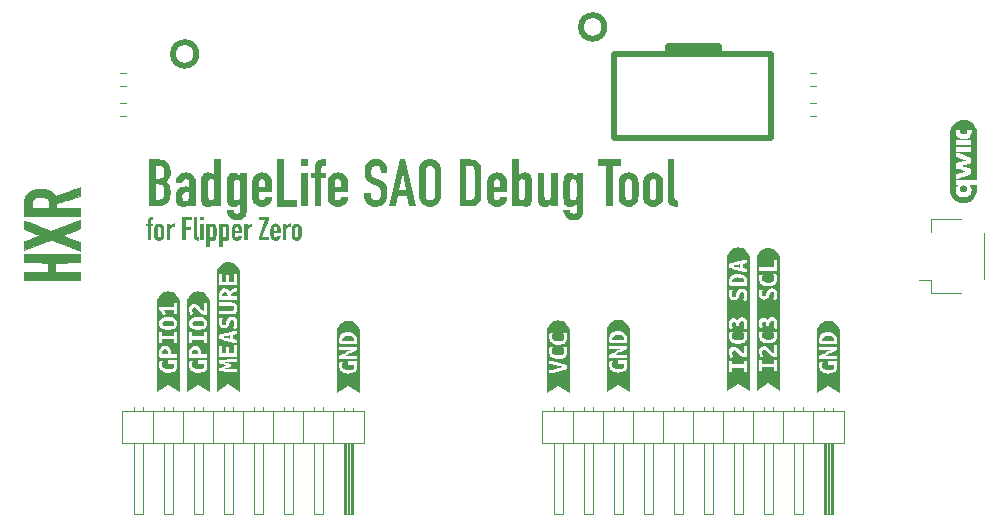
<source format=gto>
%TF.GenerationSoftware,KiCad,Pcbnew,8.99.0-2433-g53022ab347*%
%TF.CreationDate,2024-10-05T16:52:00+02:00*%
%TF.ProjectId,Flipper SAO Debug,466c6970-7065-4722-9053-414f20446562,1.0*%
%TF.SameCoordinates,PX25b7c30PY3881550*%
%TF.FileFunction,Legend,Top*%
%TF.FilePolarity,Positive*%
%FSLAX46Y46*%
G04 Gerber Fmt 4.6, Leading zero omitted, Abs format (unit mm)*
G04 Created by KiCad (PCBNEW 8.99.0-2433-g53022ab347) date 2024-10-05 16:52:00*
%MOMM*%
%LPD*%
G01*
G04 APERTURE LIST*
%ADD10C,0.200000*%
%ADD11C,0.000000*%
%ADD12C,0.120000*%
%ADD13C,0.500000*%
%ADD14C,0.010000*%
G04 APERTURE END LIST*
D10*
G36*
X15785054Y-14846287D02*
G01*
X15990108Y-14907487D01*
X16167995Y-15006452D01*
X16306158Y-15129993D01*
X16411382Y-15279349D01*
X16482013Y-15450195D01*
X16521838Y-15633712D01*
X16535258Y-15825840D01*
X16535258Y-15970676D01*
X16528381Y-16125614D01*
X16510101Y-16243251D01*
X16478265Y-16349634D01*
X16435607Y-16438157D01*
X16320176Y-16579416D01*
X16147644Y-16705359D01*
X16270331Y-16780228D01*
X16367108Y-16873476D01*
X16440980Y-16986727D01*
X16490209Y-17114225D01*
X16523079Y-17279967D01*
X16535258Y-17493042D01*
X16535258Y-17718234D01*
X16516919Y-17984310D01*
X16465970Y-18202757D01*
X16386698Y-18381960D01*
X16280757Y-18528632D01*
X16145373Y-18644716D01*
X15971269Y-18732160D01*
X15749323Y-18789154D01*
X15467672Y-18810000D01*
X14690736Y-18810000D01*
X14690736Y-18238227D01*
X15262020Y-18238227D01*
X15509193Y-18238227D01*
X15672689Y-18223947D01*
X15781769Y-18187424D01*
X15868713Y-18125972D01*
X15930757Y-18046008D01*
X15970753Y-17949666D01*
X15992550Y-17831318D01*
X16003785Y-17559965D01*
X15986933Y-17294473D01*
X15960802Y-17187534D01*
X15919521Y-17102498D01*
X15853795Y-17034159D01*
X15767602Y-16986482D01*
X15664003Y-16960090D01*
X15514811Y-16949846D01*
X15262020Y-16949846D01*
X15262020Y-18238227D01*
X14690736Y-18238227D01*
X14690736Y-16449637D01*
X15262020Y-16449637D01*
X15520429Y-16449637D01*
X15705459Y-16430440D01*
X15827618Y-16380984D01*
X15905355Y-16307243D01*
X15956607Y-16207203D01*
X15990927Y-16071902D01*
X16003785Y-15891297D01*
X15989522Y-15715338D01*
X15951443Y-15584864D01*
X15894120Y-15489274D01*
X15810750Y-15420006D01*
X15684290Y-15373400D01*
X15497958Y-15355429D01*
X15262020Y-15355429D01*
X15262020Y-16449637D01*
X14690736Y-16449637D01*
X14690736Y-14823956D01*
X15523604Y-14823956D01*
X15785054Y-14846287D01*
G37*
G36*
X18017118Y-15948092D02*
G01*
X18178279Y-15989972D01*
X18325978Y-16060142D01*
X18453297Y-16157766D01*
X18552738Y-16281596D01*
X18632815Y-16438157D01*
X18682451Y-16614898D01*
X18700226Y-16830167D01*
X18700226Y-18807801D01*
X18128942Y-18807801D01*
X18128942Y-18518862D01*
X18117707Y-18518862D01*
X18000367Y-18661070D01*
X17890317Y-18757976D01*
X17760052Y-18818302D01*
X17567184Y-18841263D01*
X17362264Y-18810244D01*
X17262524Y-18767356D01*
X17162962Y-18695694D01*
X17079114Y-18603481D01*
X17008356Y-18468792D01*
X16965751Y-18308362D01*
X16949494Y-18085087D01*
X16954339Y-17977620D01*
X17520778Y-17977620D01*
X17541708Y-18128238D01*
X17599668Y-18240425D01*
X17692617Y-18315254D01*
X17819242Y-18341053D01*
X17951693Y-18316316D01*
X18047121Y-18246043D01*
X18106731Y-18136918D01*
X18128942Y-17977620D01*
X18128942Y-17591960D01*
X17971161Y-17575108D01*
X17795447Y-17597671D01*
X17652913Y-17661814D01*
X17582988Y-17730159D01*
X17537832Y-17831272D01*
X17520778Y-17977620D01*
X16954339Y-17977620D01*
X16960002Y-17852021D01*
X16988817Y-17662547D01*
X17046220Y-17492566D01*
X17134874Y-17357243D01*
X17251329Y-17256118D01*
X17410136Y-17180655D01*
X17596959Y-17138040D01*
X17853925Y-17121793D01*
X17915474Y-17121793D01*
X17977267Y-17127411D01*
X18044678Y-17133028D01*
X18128942Y-17138646D01*
X18128942Y-16841891D01*
X18112429Y-16704892D01*
X18066905Y-16600823D01*
X18018001Y-16550339D01*
X17945871Y-16517827D01*
X17841713Y-16505568D01*
X17734664Y-16523552D01*
X17636304Y-16578353D01*
X17561123Y-16665361D01*
X17515160Y-16791332D01*
X16960729Y-16791332D01*
X17001186Y-16547117D01*
X17087488Y-16344409D01*
X17218893Y-16174863D01*
X17341115Y-16075400D01*
X17488049Y-15998276D01*
X17651948Y-15950498D01*
X17841713Y-15933796D01*
X18017118Y-15948092D01*
G37*
G36*
X20818300Y-18810000D02*
G01*
X20247016Y-18810000D01*
X20247016Y-18552079D01*
X20141015Y-18666140D01*
X20029396Y-18757732D01*
X19889933Y-18819036D01*
X19705774Y-18841263D01*
X19532737Y-18822596D01*
X19397470Y-18770902D01*
X19291321Y-18688559D01*
X19209473Y-18572351D01*
X19167299Y-18470085D01*
X19136688Y-18337145D01*
X19114462Y-17961744D01*
X19114462Y-16880481D01*
X19115886Y-16842135D01*
X19685746Y-16842135D01*
X19685746Y-17884808D01*
X19703851Y-18047735D01*
X19752424Y-18165198D01*
X19804578Y-18223623D01*
X19873170Y-18259004D01*
X19963695Y-18271688D01*
X20079211Y-18247062D01*
X20169103Y-18173747D01*
X20226393Y-18064531D01*
X20247016Y-17918513D01*
X20247016Y-16814047D01*
X20226204Y-16689574D01*
X20166416Y-16592519D01*
X20075826Y-16527473D01*
X19963695Y-16505568D01*
X19861599Y-16518444D01*
X19791250Y-16552733D01*
X19743876Y-16606685D01*
X19700809Y-16713856D01*
X19685746Y-16842135D01*
X19115886Y-16842135D01*
X19131315Y-16426678D01*
X19176510Y-16252987D01*
X19263267Y-16115389D01*
X19394609Y-16006580D01*
X19517395Y-15954491D01*
X19714323Y-15933796D01*
X19875178Y-15953196D01*
X20014253Y-16009511D01*
X20135453Y-16099713D01*
X20241399Y-16225177D01*
X20241399Y-14823956D01*
X20818300Y-14823956D01*
X20818300Y-18810000D01*
G37*
G36*
X22069312Y-15964082D02*
G01*
X22206088Y-16025143D01*
X22317707Y-16117222D01*
X22423709Y-16231284D01*
X22423709Y-15972875D01*
X22994993Y-15972875D01*
X22994993Y-19162442D01*
X22983279Y-19307727D01*
X22947365Y-19456755D01*
X22885464Y-19597506D01*
X22793981Y-19723224D01*
X22675312Y-19833500D01*
X22525558Y-19922281D01*
X22353714Y-19977986D01*
X22140387Y-19997997D01*
X22011229Y-19987765D01*
X21872208Y-19955743D01*
X21739018Y-19899576D01*
X21615265Y-19813105D01*
X21503343Y-19704175D01*
X21405704Y-19558115D01*
X21336376Y-19384465D01*
X21291154Y-19146566D01*
X21862438Y-19146566D01*
X21880650Y-19242748D01*
X21938154Y-19336831D01*
X22028393Y-19402568D01*
X22159926Y-19426224D01*
X22284427Y-19402881D01*
X22361915Y-19339518D01*
X22407328Y-19244180D01*
X22423709Y-19118478D01*
X22423709Y-18558918D01*
X22412718Y-18558918D01*
X22307305Y-18684469D01*
X22186793Y-18774829D01*
X22047687Y-18830792D01*
X21882466Y-18850300D01*
X21709449Y-18831621D01*
X21574187Y-18779889D01*
X21468029Y-18697474D01*
X21386165Y-18581144D01*
X21344010Y-18479059D01*
X21313381Y-18345938D01*
X21291154Y-17970537D01*
X21291154Y-16899043D01*
X21862438Y-16899043D01*
X21862438Y-17942205D01*
X21877502Y-18070484D01*
X21920568Y-18177655D01*
X21967921Y-18231461D01*
X22038266Y-18265675D01*
X22140387Y-18278527D01*
X22252538Y-18256675D01*
X22343108Y-18191821D01*
X22402896Y-18094766D01*
X22423709Y-17970293D01*
X22423709Y-16865582D01*
X22403085Y-16719565D01*
X22345795Y-16610348D01*
X22255882Y-16536840D01*
X22140387Y-16512163D01*
X22049884Y-16524869D01*
X21981290Y-16560324D01*
X21929117Y-16618897D01*
X21880536Y-16736331D01*
X21862438Y-16899043D01*
X21291154Y-16899043D01*
X21291154Y-16888541D01*
X21308007Y-16434738D01*
X21352980Y-16260956D01*
X21439360Y-16123281D01*
X21570080Y-16014396D01*
X21692126Y-15962308D01*
X21888084Y-15941612D01*
X22069312Y-15964082D01*
G37*
G36*
X24462606Y-15951165D02*
G01*
X24628733Y-16001207D01*
X24777628Y-16081924D01*
X24900575Y-16186343D01*
X25023542Y-16365921D01*
X25098576Y-16574685D01*
X25124790Y-16820642D01*
X25124790Y-17606371D01*
X23992236Y-17606371D01*
X23992236Y-17991053D01*
X24012379Y-18112442D01*
X24067951Y-18196950D01*
X24154300Y-18250348D01*
X24273115Y-18269490D01*
X24376563Y-18257099D01*
X24445151Y-18224748D01*
X24489026Y-18174968D01*
X24532285Y-18078676D01*
X24553506Y-17985436D01*
X25124790Y-17985436D01*
X25097672Y-18225686D01*
X25020705Y-18423895D01*
X24894958Y-18589448D01*
X24772442Y-18693782D01*
X24625802Y-18774096D01*
X24462217Y-18823885D01*
X24272871Y-18841263D01*
X24096388Y-18827876D01*
X23945524Y-18789926D01*
X23815893Y-18729399D01*
X23649302Y-18598387D01*
X23527198Y-18432156D01*
X23476167Y-18314149D01*
X23443178Y-18174724D01*
X23420952Y-17855254D01*
X23420952Y-16919804D01*
X23427239Y-16829434D01*
X23992236Y-16829434D01*
X23992236Y-17153056D01*
X24553506Y-17153056D01*
X24553506Y-16829434D01*
X24532626Y-16681720D01*
X24477791Y-16586657D01*
X24390772Y-16526645D01*
X24273115Y-16505568D01*
X24155037Y-16526666D01*
X24067951Y-16586657D01*
X24013117Y-16681720D01*
X23992236Y-16829434D01*
X23427239Y-16829434D01*
X23443178Y-16600334D01*
X23476167Y-16460909D01*
X23527198Y-16342903D01*
X23649312Y-16176721D01*
X23815893Y-16045903D01*
X23945539Y-15985239D01*
X24096402Y-15947209D01*
X24272871Y-15933796D01*
X24462606Y-15951165D01*
G37*
G36*
X25570289Y-18819036D02*
G01*
X25570289Y-14823956D01*
X26141573Y-14823956D01*
X26141573Y-18247264D01*
X27274127Y-18247264D01*
X27274127Y-18819036D01*
X25570289Y-18819036D01*
G37*
G36*
X27610205Y-18810000D02*
G01*
X27610205Y-15965059D01*
X28181489Y-15965059D01*
X28181489Y-18810000D01*
X27610205Y-18810000D01*
G37*
G36*
X27610205Y-15395729D02*
G01*
X27610205Y-14823956D01*
X28181489Y-14823956D01*
X28181489Y-15395729D01*
X27610205Y-15395729D01*
G37*
G36*
X28727861Y-18810000D02*
G01*
X28727861Y-16418374D01*
X28446493Y-16418374D01*
X28446493Y-15965059D01*
X28727861Y-15965059D01*
X28727861Y-15580865D01*
X28744469Y-15384575D01*
X28789654Y-15233063D01*
X28863520Y-15101769D01*
X28958182Y-14996392D01*
X29067289Y-14915726D01*
X29191434Y-14863035D01*
X29325366Y-14833775D01*
X29464253Y-14823956D01*
X29728279Y-14823956D01*
X29728279Y-15355429D01*
X29468649Y-15355429D01*
X29374740Y-15377017D01*
X29320240Y-15437380D01*
X29299145Y-15551067D01*
X29299145Y-15965059D01*
X29728279Y-15965059D01*
X29728279Y-16418374D01*
X29299145Y-16418374D01*
X29299145Y-18810000D01*
X28727861Y-18810000D01*
G37*
G36*
X30887170Y-15951165D02*
G01*
X31053297Y-16001207D01*
X31202191Y-16081924D01*
X31325139Y-16186343D01*
X31448106Y-16365921D01*
X31523140Y-16574685D01*
X31549354Y-16820642D01*
X31549354Y-17606371D01*
X30416800Y-17606371D01*
X30416800Y-17991053D01*
X30436943Y-18112442D01*
X30492515Y-18196950D01*
X30578864Y-18250348D01*
X30697679Y-18269490D01*
X30801127Y-18257099D01*
X30869715Y-18224748D01*
X30913590Y-18174968D01*
X30956849Y-18078676D01*
X30978070Y-17985436D01*
X31549354Y-17985436D01*
X31522235Y-18225686D01*
X31445269Y-18423895D01*
X31319521Y-18589448D01*
X31197006Y-18693782D01*
X31050366Y-18774096D01*
X30886781Y-18823885D01*
X30697435Y-18841263D01*
X30520952Y-18827876D01*
X30370087Y-18789926D01*
X30240457Y-18729399D01*
X30073866Y-18598387D01*
X29951762Y-18432156D01*
X29900731Y-18314149D01*
X29867742Y-18174724D01*
X29845516Y-17855254D01*
X29845516Y-16919804D01*
X29851803Y-16829434D01*
X30416800Y-16829434D01*
X30416800Y-17153056D01*
X30978070Y-17153056D01*
X30978070Y-16829434D01*
X30957189Y-16681720D01*
X30902355Y-16586657D01*
X30815335Y-16526645D01*
X30697679Y-16505568D01*
X30579601Y-16526666D01*
X30492515Y-16586657D01*
X30437681Y-16681720D01*
X30416800Y-16829434D01*
X29851803Y-16829434D01*
X29867742Y-16600334D01*
X29900731Y-16460909D01*
X29951762Y-16342903D01*
X30073876Y-16176721D01*
X30240457Y-16045903D01*
X30370103Y-15985239D01*
X30520966Y-15947209D01*
X30697435Y-15933796D01*
X30887170Y-15951165D01*
G37*
G36*
X34887421Y-15966280D02*
G01*
X34316137Y-15966280D01*
X34316137Y-15837320D01*
X34292225Y-15651482D01*
X34223813Y-15498311D01*
X34151573Y-15421220D01*
X34051359Y-15373104D01*
X33913381Y-15355429D01*
X33803400Y-15367599D01*
X33723360Y-15400369D01*
X33657189Y-15451073D01*
X33605879Y-15512233D01*
X33568490Y-15589158D01*
X33544330Y-15677585D01*
X33527477Y-15870781D01*
X33535781Y-16067152D01*
X33578035Y-16207348D01*
X33618513Y-16264004D01*
X33675732Y-16313838D01*
X33852076Y-16403230D01*
X34288538Y-16577131D01*
X34466313Y-16659459D01*
X34596284Y-16748101D01*
X34701898Y-16854524D01*
X34780931Y-16975003D01*
X34831901Y-17115753D01*
X34864951Y-17280551D01*
X34887421Y-17669874D01*
X34874368Y-17916872D01*
X34836863Y-18138087D01*
X34769446Y-18341350D01*
X34674441Y-18504940D01*
X34539641Y-18643920D01*
X34365718Y-18751625D01*
X34162066Y-18817296D01*
X33900436Y-18841263D01*
X33698431Y-18822763D01*
X33513555Y-18768478D01*
X33345698Y-18680745D01*
X33205076Y-18566489D01*
X33089942Y-18427696D01*
X33000645Y-18266803D01*
X32944212Y-18089870D01*
X32924930Y-17894089D01*
X32924930Y-17681109D01*
X33496214Y-17681109D01*
X33496214Y-17860628D01*
X33519355Y-18009615D01*
X33588782Y-18143461D01*
X33659902Y-18210516D01*
X33760326Y-18253478D01*
X33900436Y-18269490D01*
X34037508Y-18257641D01*
X34128070Y-18227480D01*
X34200406Y-18176276D01*
X34254344Y-18107069D01*
X34289485Y-18023024D01*
X34307588Y-17919246D01*
X34316137Y-17675491D01*
X34304902Y-17417815D01*
X34287015Y-17322799D01*
X34260205Y-17255150D01*
X34214837Y-17199396D01*
X34156646Y-17154521D01*
X33985921Y-17070258D01*
X33577547Y-16901974D01*
X33345261Y-16781937D01*
X33185080Y-16648397D01*
X33081978Y-16501416D01*
X33014857Y-16330582D01*
X32971693Y-16124566D01*
X32956193Y-15876399D01*
X32971804Y-15656439D01*
X33017742Y-15450683D01*
X33095851Y-15260661D01*
X33202390Y-15103370D01*
X33334631Y-14973332D01*
X33501831Y-14870607D01*
X33695162Y-14806635D01*
X33935607Y-14783656D01*
X34141557Y-14803788D01*
X34324685Y-14862302D01*
X34490348Y-14954095D01*
X34629745Y-15069665D01*
X34774879Y-15261070D01*
X34859162Y-15464452D01*
X34887421Y-15685889D01*
X34887421Y-15966280D01*
G37*
G36*
X37307135Y-18817815D02*
G01*
X36735851Y-18817815D01*
X36567812Y-17950265D01*
X35789410Y-17950265D01*
X35621615Y-18817815D01*
X35050331Y-18817815D01*
X35362185Y-17418792D01*
X35890282Y-17418792D01*
X36461566Y-17418792D01*
X36181420Y-15972875D01*
X36170184Y-15972875D01*
X35890282Y-17418792D01*
X35362185Y-17418792D01*
X35940596Y-14823956D01*
X36416625Y-14823956D01*
X37307135Y-18817815D01*
G37*
G36*
X38681605Y-14798929D02*
G01*
X38854169Y-14845450D01*
X39017264Y-14920973D01*
X39165090Y-15024724D01*
X39285514Y-15161285D01*
X39383443Y-15332958D01*
X39445553Y-15527302D01*
X39467463Y-15758674D01*
X39467463Y-17866245D01*
X39445157Y-18106547D01*
X39383443Y-18297578D01*
X39285578Y-18463472D01*
X39165090Y-18594577D01*
X39016899Y-18702822D01*
X38854169Y-18779713D01*
X38681615Y-18826049D01*
X38509787Y-18841263D01*
X38337747Y-18826044D01*
X38165160Y-18779713D01*
X38003408Y-18702568D01*
X37859856Y-18594577D01*
X37735006Y-18463066D01*
X37635886Y-18297578D01*
X37574172Y-18106547D01*
X37551866Y-17866245D01*
X37551866Y-15758674D01*
X38123150Y-15758674D01*
X38123150Y-17866245D01*
X38137569Y-17999373D01*
X38176690Y-18098335D01*
X38237944Y-18171549D01*
X38362613Y-18244756D01*
X38509787Y-18269490D01*
X38656750Y-18244765D01*
X38781385Y-18171549D01*
X38842639Y-18098335D01*
X38881760Y-17999373D01*
X38896179Y-17866245D01*
X38896179Y-15758674D01*
X38881754Y-15625551D01*
X38842629Y-15526682D01*
X38781385Y-15453614D01*
X38656732Y-15380208D01*
X38509787Y-15355429D01*
X38362631Y-15380218D01*
X38237944Y-15453614D01*
X38176700Y-15526682D01*
X38137576Y-15625551D01*
X38123150Y-15758674D01*
X37551866Y-15758674D01*
X37573776Y-15527302D01*
X37635886Y-15332958D01*
X37735083Y-15161692D01*
X37859856Y-15024724D01*
X38003032Y-14921229D01*
X38165160Y-14845450D01*
X38337756Y-14798934D01*
X38509787Y-14783656D01*
X38681605Y-14798929D01*
G37*
G36*
X42095857Y-14843075D02*
G01*
X42296761Y-14896324D01*
X42461538Y-14979804D01*
X42596458Y-15092868D01*
X42703326Y-15233676D01*
X42782475Y-15403339D01*
X42832913Y-15607688D01*
X42850959Y-15854173D01*
X42850959Y-17718478D01*
X42830929Y-18000978D01*
X42776003Y-18225756D01*
X42691630Y-18403873D01*
X42579849Y-18544019D01*
X42437254Y-18655613D01*
X42264223Y-18738296D01*
X42054491Y-18791074D01*
X41799982Y-18810000D01*
X41006437Y-18810000D01*
X41006437Y-18278527D01*
X41577721Y-18278527D01*
X41839549Y-18278527D01*
X41994435Y-18262756D01*
X42103647Y-18221057D01*
X42179291Y-18157627D01*
X42231257Y-18070923D01*
X42266349Y-17948366D01*
X42279675Y-17778318D01*
X42279675Y-15850020D01*
X42253508Y-15631344D01*
X42184909Y-15484633D01*
X42111562Y-15417117D01*
X42001227Y-15372494D01*
X41839549Y-15355429D01*
X41577721Y-15355429D01*
X41577721Y-18278527D01*
X41006437Y-18278527D01*
X41006437Y-14823956D01*
X41850540Y-14823956D01*
X42095857Y-14843075D01*
G37*
G36*
X44353743Y-15951165D02*
G01*
X44519870Y-16001207D01*
X44668765Y-16081924D01*
X44791713Y-16186343D01*
X44914679Y-16365921D01*
X44989714Y-16574685D01*
X45015928Y-16820642D01*
X45015928Y-17606371D01*
X43883374Y-17606371D01*
X43883374Y-17991053D01*
X43903517Y-18112442D01*
X43959089Y-18196950D01*
X44045438Y-18250348D01*
X44164253Y-18269490D01*
X44267701Y-18257099D01*
X44336289Y-18224748D01*
X44380163Y-18174968D01*
X44423422Y-18078676D01*
X44444644Y-17985436D01*
X45015928Y-17985436D01*
X44988809Y-18225686D01*
X44911843Y-18423895D01*
X44786095Y-18589448D01*
X44663580Y-18693782D01*
X44516939Y-18774096D01*
X44353355Y-18823885D01*
X44164009Y-18841263D01*
X43987525Y-18827876D01*
X43836661Y-18789926D01*
X43707030Y-18729399D01*
X43540439Y-18598387D01*
X43418335Y-18432156D01*
X43367305Y-18314149D01*
X43334316Y-18174724D01*
X43312090Y-17855254D01*
X43312090Y-16919804D01*
X43318377Y-16829434D01*
X43883374Y-16829434D01*
X43883374Y-17153056D01*
X44444644Y-17153056D01*
X44444644Y-16829434D01*
X44423763Y-16681720D01*
X44368928Y-16586657D01*
X44281909Y-16526645D01*
X44164253Y-16505568D01*
X44046175Y-16526666D01*
X43959089Y-16586657D01*
X43904254Y-16681720D01*
X43883374Y-16829434D01*
X43318377Y-16829434D01*
X43334316Y-16600334D01*
X43367305Y-16460909D01*
X43418335Y-16342903D01*
X43540449Y-16176721D01*
X43707030Y-16045903D01*
X43836676Y-15985239D01*
X43987540Y-15947209D01*
X44164009Y-15933796D01*
X44353743Y-15951165D01*
G37*
G36*
X46001448Y-16225177D02*
G01*
X46012438Y-16225177D01*
X46117863Y-16099678D01*
X46238363Y-16009511D01*
X46376749Y-15953202D01*
X46537072Y-15933796D01*
X46729252Y-15954064D01*
X46857763Y-16006580D01*
X46961795Y-16089361D01*
X47044609Y-16191472D01*
X47089149Y-16290116D01*
X47117149Y-16426678D01*
X47134002Y-16880481D01*
X47134002Y-17961744D01*
X47111775Y-18337145D01*
X47081165Y-18470085D01*
X47038991Y-18572351D01*
X46954612Y-18689019D01*
X46847319Y-18771386D01*
X46712676Y-18822803D01*
X46542690Y-18841263D01*
X46346718Y-18817937D01*
X46218824Y-18757487D01*
X46110730Y-18665955D01*
X46001448Y-18551102D01*
X46001448Y-18810000D01*
X45430163Y-18810000D01*
X45430163Y-16813558D01*
X46001448Y-16813558D01*
X46001448Y-17916803D01*
X46022012Y-18062589D01*
X46079117Y-18171549D01*
X46169208Y-18244872D01*
X46284769Y-18269490D01*
X46375315Y-18256828D01*
X46443905Y-18221520D01*
X46496039Y-18163244D01*
X46544620Y-18045810D01*
X46562718Y-17883098D01*
X46562718Y-16841646D01*
X46547602Y-16713595D01*
X46504344Y-16606441D01*
X46457132Y-16552643D01*
X46386881Y-16518427D01*
X46284769Y-16505568D01*
X46172638Y-16527473D01*
X46082048Y-16592519D01*
X46022258Y-16689338D01*
X46001448Y-16813558D01*
X45430163Y-16813558D01*
X45430163Y-14823956D01*
X46001448Y-14823956D01*
X46001448Y-16225177D01*
G37*
G36*
X49310694Y-15965059D02*
G01*
X49310694Y-18810000D01*
X48739410Y-18810000D01*
X48739410Y-18534005D01*
X48728419Y-18534005D01*
X48629425Y-18656953D01*
X48513485Y-18754801D01*
X48375567Y-18818250D01*
X48192550Y-18841263D01*
X48087476Y-18832292D01*
X47980792Y-18804870D01*
X47881001Y-18756803D01*
X47791015Y-18684214D01*
X47717053Y-18590605D01*
X47656926Y-18468548D01*
X47620377Y-18328263D01*
X47606856Y-18145903D01*
X47606856Y-15965059D01*
X48178140Y-15965059D01*
X48178140Y-17933168D01*
X48197704Y-18078318D01*
X48250436Y-18179853D01*
X48336001Y-18246200D01*
X48456088Y-18269490D01*
X48558144Y-18256714D01*
X48629446Y-18222529D01*
X48678349Y-18168618D01*
X48722134Y-18054488D01*
X48739410Y-17876992D01*
X48739410Y-15965059D01*
X49310694Y-15965059D01*
G37*
G36*
X50561706Y-15964082D02*
G01*
X50698482Y-16025143D01*
X50810101Y-16117222D01*
X50916102Y-16231284D01*
X50916102Y-15972875D01*
X51487386Y-15972875D01*
X51487386Y-19162442D01*
X51475673Y-19307727D01*
X51439759Y-19456755D01*
X51377858Y-19597506D01*
X51286374Y-19723224D01*
X51167705Y-19833500D01*
X51017951Y-19922281D01*
X50846108Y-19977986D01*
X50632780Y-19997997D01*
X50503623Y-19987765D01*
X50364602Y-19955743D01*
X50231411Y-19899576D01*
X50107658Y-19813105D01*
X49995737Y-19704175D01*
X49898098Y-19558115D01*
X49828770Y-19384465D01*
X49783548Y-19146566D01*
X50354832Y-19146566D01*
X50373044Y-19242748D01*
X50430547Y-19336831D01*
X50520787Y-19402568D01*
X50652320Y-19426224D01*
X50776820Y-19402881D01*
X50854309Y-19339518D01*
X50899721Y-19244180D01*
X50916102Y-19118478D01*
X50916102Y-18558918D01*
X50905111Y-18558918D01*
X50799698Y-18684469D01*
X50679187Y-18774829D01*
X50540080Y-18830792D01*
X50374860Y-18850300D01*
X50201842Y-18831621D01*
X50066580Y-18779889D01*
X49960422Y-18697474D01*
X49878558Y-18581144D01*
X49836403Y-18479059D01*
X49805774Y-18345938D01*
X49783548Y-17970537D01*
X49783548Y-16899043D01*
X50354832Y-16899043D01*
X50354832Y-17942205D01*
X50369895Y-18070484D01*
X50412962Y-18177655D01*
X50460314Y-18231461D01*
X50530659Y-18265675D01*
X50632780Y-18278527D01*
X50744931Y-18256675D01*
X50835502Y-18191821D01*
X50895290Y-18094766D01*
X50916102Y-17970293D01*
X50916102Y-16865582D01*
X50895479Y-16719565D01*
X50838189Y-16610348D01*
X50748276Y-16536840D01*
X50632780Y-16512163D01*
X50542278Y-16524869D01*
X50473683Y-16560324D01*
X50421510Y-16618897D01*
X50372930Y-16736331D01*
X50354832Y-16899043D01*
X49783548Y-16899043D01*
X49783548Y-16888541D01*
X49800401Y-16434738D01*
X49845373Y-16260956D01*
X49931753Y-16123281D01*
X50062473Y-16014396D01*
X50184519Y-15962308D01*
X50380478Y-15941612D01*
X50561706Y-15964082D01*
G37*
G36*
X53413241Y-18810000D02*
G01*
X53413241Y-15355429D01*
X52749633Y-15355429D01*
X52749633Y-14823956D01*
X54641050Y-14823956D01*
X54641050Y-15355429D01*
X53984525Y-15355429D01*
X53984525Y-18810000D01*
X53413241Y-18810000D01*
G37*
G36*
X55489508Y-15947209D02*
G01*
X55640208Y-15985239D01*
X55769696Y-16045903D01*
X55936478Y-16176739D01*
X56058635Y-16342903D01*
X56109666Y-16460909D01*
X56142655Y-16600334D01*
X56165125Y-16919804D01*
X56165125Y-17855254D01*
X56142655Y-18174724D01*
X56109666Y-18314149D01*
X56058635Y-18432156D01*
X55936488Y-18598370D01*
X55769696Y-18729399D01*
X55640223Y-18789926D01*
X55489523Y-18827876D01*
X55313206Y-18841263D01*
X55136723Y-18827876D01*
X54985858Y-18789926D01*
X54856228Y-18729399D01*
X54689637Y-18598387D01*
X54567533Y-18432156D01*
X54516502Y-18314149D01*
X54483513Y-18174724D01*
X54461287Y-17855254D01*
X54461287Y-16919804D01*
X54467506Y-16830411D01*
X55032571Y-16830411D01*
X55032571Y-17944891D01*
X55053459Y-18093074D01*
X55108286Y-18188401D01*
X55195372Y-18248392D01*
X55313450Y-18269490D01*
X55431106Y-18248413D01*
X55518126Y-18188401D01*
X55572953Y-18093074D01*
X55593841Y-17944891D01*
X55593841Y-16830411D01*
X55572953Y-16682229D01*
X55518126Y-16586901D01*
X55431085Y-16526700D01*
X55313450Y-16505568D01*
X55195393Y-16526721D01*
X55108286Y-16586901D01*
X55053459Y-16682229D01*
X55032571Y-16830411D01*
X54467506Y-16830411D01*
X54483513Y-16600334D01*
X54516502Y-16460909D01*
X54567533Y-16342903D01*
X54689647Y-16176721D01*
X54856228Y-16045903D01*
X54985874Y-15985239D01*
X55136737Y-15947209D01*
X55313206Y-15933796D01*
X55489508Y-15947209D01*
G37*
G36*
X57560688Y-15947209D02*
G01*
X57711387Y-15985239D01*
X57840875Y-16045903D01*
X58007657Y-16176739D01*
X58129815Y-16342903D01*
X58180845Y-16460909D01*
X58213834Y-16600334D01*
X58236304Y-16919804D01*
X58236304Y-17855254D01*
X58213834Y-18174724D01*
X58180845Y-18314149D01*
X58129815Y-18432156D01*
X58007667Y-18598370D01*
X57840875Y-18729399D01*
X57711403Y-18789926D01*
X57560702Y-18827876D01*
X57384385Y-18841263D01*
X57207902Y-18827876D01*
X57057038Y-18789926D01*
X56927407Y-18729399D01*
X56760816Y-18598387D01*
X56638712Y-18432156D01*
X56587682Y-18314149D01*
X56554692Y-18174724D01*
X56532466Y-17855254D01*
X56532466Y-16919804D01*
X56538685Y-16830411D01*
X57103750Y-16830411D01*
X57103750Y-17944891D01*
X57124638Y-18093074D01*
X57179466Y-18188401D01*
X57266551Y-18248392D01*
X57384630Y-18269490D01*
X57502286Y-18248413D01*
X57589305Y-18188401D01*
X57644132Y-18093074D01*
X57665020Y-17944891D01*
X57665020Y-16830411D01*
X57644132Y-16682229D01*
X57589305Y-16586901D01*
X57502265Y-16526700D01*
X57384630Y-16505568D01*
X57266572Y-16526721D01*
X57179466Y-16586901D01*
X57124638Y-16682229D01*
X57103750Y-16830411D01*
X56538685Y-16830411D01*
X56554692Y-16600334D01*
X56587682Y-16460909D01*
X56638712Y-16342903D01*
X56760826Y-16176721D01*
X56927407Y-16045903D01*
X57057053Y-15985239D01*
X57207917Y-15947209D01*
X57384385Y-15933796D01*
X57560688Y-15947209D01*
G37*
G36*
X58619277Y-14823956D02*
G01*
X59190561Y-14823956D01*
X59190561Y-18013768D01*
X59208078Y-18160350D01*
X59249424Y-18235296D01*
X59324577Y-18280137D01*
X59471196Y-18311011D01*
X59471196Y-18849078D01*
X59280140Y-18840905D01*
X59118021Y-18818060D01*
X58970610Y-18771768D01*
X58849110Y-18697648D01*
X58752076Y-18598544D01*
X58678140Y-18459511D01*
X58635691Y-18292000D01*
X58619277Y-18052847D01*
X58619277Y-14823956D01*
G37*
G36*
X14581315Y-21690000D02*
G01*
X14581315Y-20494187D01*
X14440631Y-20494187D01*
X14440631Y-20267529D01*
X14581315Y-20267529D01*
X14581315Y-20075432D01*
X14589619Y-19977287D01*
X14612212Y-19901531D01*
X14649145Y-19835884D01*
X14696475Y-19783196D01*
X14751029Y-19742863D01*
X14813101Y-19716517D01*
X14880068Y-19701887D01*
X14949511Y-19696978D01*
X15081524Y-19696978D01*
X15081524Y-19962714D01*
X14951709Y-19962714D01*
X14904755Y-19973508D01*
X14877505Y-20003690D01*
X14866957Y-20060533D01*
X14866957Y-20267529D01*
X15081524Y-20267529D01*
X15081524Y-20494187D01*
X14866957Y-20494187D01*
X14866957Y-21690000D01*
X14581315Y-21690000D01*
G37*
G36*
X15654253Y-20258604D02*
G01*
X15729603Y-20277619D01*
X15794347Y-20307951D01*
X15877738Y-20373369D01*
X15938817Y-20456451D01*
X15964332Y-20515454D01*
X15980826Y-20585167D01*
X15992062Y-20744902D01*
X15992062Y-21212627D01*
X15980826Y-21372362D01*
X15964332Y-21442074D01*
X15938817Y-21501078D01*
X15877743Y-21584185D01*
X15794347Y-21649699D01*
X15729611Y-21679963D01*
X15654260Y-21698938D01*
X15566102Y-21705631D01*
X15477860Y-21698938D01*
X15402428Y-21679963D01*
X15337613Y-21649699D01*
X15254317Y-21584193D01*
X15193265Y-21501078D01*
X15167750Y-21442074D01*
X15151256Y-21372362D01*
X15140143Y-21212627D01*
X15140143Y-20744902D01*
X15143253Y-20700205D01*
X15425785Y-20700205D01*
X15425785Y-21257445D01*
X15436229Y-21331537D01*
X15463642Y-21379200D01*
X15507185Y-21409196D01*
X15566224Y-21419745D01*
X15625052Y-21409206D01*
X15668562Y-21379200D01*
X15695976Y-21331537D01*
X15706420Y-21257445D01*
X15706420Y-20700205D01*
X15695976Y-20626114D01*
X15668562Y-20578450D01*
X15625042Y-20548350D01*
X15566224Y-20537784D01*
X15507196Y-20548360D01*
X15463642Y-20578450D01*
X15436229Y-20626114D01*
X15425785Y-20700205D01*
X15143253Y-20700205D01*
X15151256Y-20585167D01*
X15167750Y-20515454D01*
X15193265Y-20456451D01*
X15254322Y-20373360D01*
X15337613Y-20307951D01*
X15402436Y-20277619D01*
X15477868Y-20258604D01*
X15566102Y-20251898D01*
X15654253Y-20258604D01*
G37*
G36*
X16199180Y-21690000D02*
G01*
X16199180Y-20267529D01*
X16484822Y-20267529D01*
X16484822Y-20419570D01*
X16573236Y-20348161D01*
X16655792Y-20296716D01*
X16746448Y-20263852D01*
X16863520Y-20251898D01*
X16863520Y-20554637D01*
X16820651Y-20541984D01*
X16776570Y-20537784D01*
X16679727Y-20553293D01*
X16630449Y-20573849D01*
X16585816Y-20605073D01*
X16545626Y-20646474D01*
X16512787Y-20700450D01*
X16492340Y-20763618D01*
X16484822Y-20846140D01*
X16484822Y-21690000D01*
X16199180Y-21690000D01*
G37*
G36*
X17512229Y-21690000D02*
G01*
X17512229Y-19696978D01*
X18364148Y-19696978D01*
X18364148Y-19962714D01*
X17797871Y-19962714D01*
X17797871Y-20572344D01*
X18289898Y-20572344D01*
X18289898Y-20838080D01*
X17797871Y-20838080D01*
X17797871Y-21690000D01*
X17512229Y-21690000D01*
G37*
G36*
X18516556Y-19696978D02*
G01*
X18802198Y-19696978D01*
X18802198Y-21291884D01*
X18810956Y-21365175D01*
X18831629Y-21402648D01*
X18869206Y-21425068D01*
X18942515Y-21440505D01*
X18942515Y-21709539D01*
X18846987Y-21705452D01*
X18765928Y-21694030D01*
X18692222Y-21670884D01*
X18631472Y-21633824D01*
X18582955Y-21584272D01*
X18545987Y-21514755D01*
X18524763Y-21431000D01*
X18516556Y-21311423D01*
X18516556Y-19696978D01*
G37*
G36*
X19051936Y-21690000D02*
G01*
X19051936Y-20267529D01*
X19337578Y-20267529D01*
X19337578Y-21690000D01*
X19051936Y-21690000D01*
G37*
G36*
X19051936Y-19982864D02*
G01*
X19051936Y-19696978D01*
X19337578Y-19696978D01*
X19337578Y-19982864D01*
X19051936Y-19982864D01*
G37*
G36*
X20211987Y-20264438D02*
G01*
X20279635Y-20290183D01*
X20333554Y-20331410D01*
X20375976Y-20389773D01*
X20397059Y-20440920D01*
X20412369Y-20507498D01*
X20423604Y-20695321D01*
X20423604Y-21236318D01*
X20415177Y-21463464D01*
X20392701Y-21550504D01*
X20349979Y-21619332D01*
X20285729Y-21673635D01*
X20221666Y-21699865D01*
X20122452Y-21710150D01*
X20041557Y-21700472D01*
X19971755Y-21672414D01*
X19910899Y-21627209D01*
X19857693Y-21564459D01*
X19857693Y-22268367D01*
X19571685Y-22268367D01*
X19571685Y-20717791D01*
X19854884Y-20717791D01*
X19854884Y-21270146D01*
X19865374Y-21332353D01*
X19895551Y-21380910D01*
X19941224Y-21413321D01*
X19997889Y-21424263D01*
X20049292Y-21417830D01*
X20084698Y-21400712D01*
X20108531Y-21373827D01*
X20130341Y-21320218D01*
X20137962Y-21256102D01*
X20137962Y-20734521D01*
X20128821Y-20653195D01*
X20104256Y-20594448D01*
X20078011Y-20565183D01*
X20043478Y-20547444D01*
X19997889Y-20541081D01*
X19939527Y-20553435D01*
X19894085Y-20590174D01*
X19865254Y-20644802D01*
X19854884Y-20717791D01*
X19571685Y-20717791D01*
X19571685Y-20275345D01*
X19854884Y-20275345D01*
X19854884Y-20402718D01*
X19909805Y-20344268D01*
X19964061Y-20297815D01*
X20028328Y-20267044D01*
X20126605Y-20255195D01*
X20211987Y-20264438D01*
G37*
G36*
X21300333Y-20264438D02*
G01*
X21367981Y-20290183D01*
X21421900Y-20331410D01*
X21464323Y-20389773D01*
X21485405Y-20440920D01*
X21500715Y-20507498D01*
X21511950Y-20695321D01*
X21511950Y-21236318D01*
X21503524Y-21463464D01*
X21481047Y-21550504D01*
X21438325Y-21619332D01*
X21374075Y-21673635D01*
X21310012Y-21699865D01*
X21210799Y-21710150D01*
X21129903Y-21700472D01*
X21060101Y-21672414D01*
X20999245Y-21627209D01*
X20946039Y-21564459D01*
X20946039Y-22268367D01*
X20660031Y-22268367D01*
X20660031Y-20717791D01*
X20943230Y-20717791D01*
X20943230Y-21270146D01*
X20953720Y-21332353D01*
X20983897Y-21380910D01*
X21029570Y-21413321D01*
X21086235Y-21424263D01*
X21137638Y-21417830D01*
X21173044Y-21400712D01*
X21196877Y-21373827D01*
X21218687Y-21320218D01*
X21226308Y-21256102D01*
X21226308Y-20734521D01*
X21217167Y-20653195D01*
X21192602Y-20594448D01*
X21166357Y-20565183D01*
X21131824Y-20547444D01*
X21086235Y-20541081D01*
X21027874Y-20553435D01*
X20982431Y-20590174D01*
X20953601Y-20644802D01*
X20943230Y-20717791D01*
X20660031Y-20717791D01*
X20660031Y-20275345D01*
X20943230Y-20275345D01*
X20943230Y-20402718D01*
X20998151Y-20344268D01*
X21052407Y-20297815D01*
X21116674Y-20267044D01*
X21214951Y-20255195D01*
X21300333Y-20264438D01*
G37*
G36*
X22245757Y-20260582D02*
G01*
X22328820Y-20285603D01*
X22403267Y-20325962D01*
X22464741Y-20378171D01*
X22526225Y-20467960D01*
X22563742Y-20572342D01*
X22576849Y-20695321D01*
X22576849Y-21088185D01*
X22010572Y-21088185D01*
X22010572Y-21280526D01*
X22020643Y-21341221D01*
X22048429Y-21383475D01*
X22091604Y-21410174D01*
X22151011Y-21419745D01*
X22202735Y-21413549D01*
X22237029Y-21397374D01*
X22258967Y-21372484D01*
X22280596Y-21324338D01*
X22291207Y-21277718D01*
X22576849Y-21277718D01*
X22563289Y-21397843D01*
X22524806Y-21496947D01*
X22461933Y-21579724D01*
X22400675Y-21631891D01*
X22327355Y-21672048D01*
X22245562Y-21696942D01*
X22150889Y-21705631D01*
X22062648Y-21698938D01*
X21987215Y-21679963D01*
X21922400Y-21649699D01*
X21839105Y-21584193D01*
X21778053Y-21501078D01*
X21752537Y-21442074D01*
X21736043Y-21372362D01*
X21724930Y-21212627D01*
X21724930Y-20744902D01*
X21728074Y-20699717D01*
X22010572Y-20699717D01*
X22010572Y-20861528D01*
X22291207Y-20861528D01*
X22291207Y-20699717D01*
X22280766Y-20625860D01*
X22253349Y-20578328D01*
X22209839Y-20548322D01*
X22151011Y-20537784D01*
X22091972Y-20548333D01*
X22048429Y-20578328D01*
X22021012Y-20625860D01*
X22010572Y-20699717D01*
X21728074Y-20699717D01*
X21736043Y-20585167D01*
X21752537Y-20515454D01*
X21778053Y-20456451D01*
X21839110Y-20373360D01*
X21922400Y-20307951D01*
X21987223Y-20277619D01*
X22062655Y-20258604D01*
X22150889Y-20251898D01*
X22245757Y-20260582D01*
G37*
G36*
X22783967Y-21690000D02*
G01*
X22783967Y-20267529D01*
X23069609Y-20267529D01*
X23069609Y-20419570D01*
X23158023Y-20348161D01*
X23240579Y-20296716D01*
X23331235Y-20263852D01*
X23448307Y-20251898D01*
X23448307Y-20554637D01*
X23405439Y-20541984D01*
X23361357Y-20537784D01*
X23264515Y-20553293D01*
X23215236Y-20573849D01*
X23170603Y-20605073D01*
X23130413Y-20646474D01*
X23097575Y-20700450D01*
X23077127Y-20763618D01*
X23069609Y-20846140D01*
X23069609Y-21690000D01*
X22783967Y-21690000D01*
G37*
G36*
X24003227Y-21690000D02*
G01*
X24003227Y-21440872D01*
X24544225Y-19962714D01*
X24034490Y-19962714D01*
X24034490Y-19696978D01*
X24855146Y-19696978D01*
X24855146Y-19921193D01*
X24306210Y-21424263D01*
X24855146Y-21424263D01*
X24855146Y-21690000D01*
X24003227Y-21690000D01*
G37*
G36*
X25510795Y-20260582D02*
G01*
X25593859Y-20285603D01*
X25668306Y-20325962D01*
X25729780Y-20378171D01*
X25791263Y-20467960D01*
X25828780Y-20572342D01*
X25841887Y-20695321D01*
X25841887Y-21088185D01*
X25275610Y-21088185D01*
X25275610Y-21280526D01*
X25285682Y-21341221D01*
X25313468Y-21383475D01*
X25356642Y-21410174D01*
X25416050Y-21419745D01*
X25467774Y-21413549D01*
X25502068Y-21397374D01*
X25524005Y-21372484D01*
X25545634Y-21324338D01*
X25556245Y-21277718D01*
X25841887Y-21277718D01*
X25828328Y-21397843D01*
X25789845Y-21496947D01*
X25726971Y-21579724D01*
X25665713Y-21631891D01*
X25592393Y-21672048D01*
X25510601Y-21696942D01*
X25415928Y-21705631D01*
X25327686Y-21698938D01*
X25252254Y-21679963D01*
X25187438Y-21649699D01*
X25104143Y-21584193D01*
X25043091Y-21501078D01*
X25017576Y-21442074D01*
X25001081Y-21372362D01*
X24989968Y-21212627D01*
X24989968Y-20744902D01*
X24993112Y-20699717D01*
X25275610Y-20699717D01*
X25275610Y-20861528D01*
X25556245Y-20861528D01*
X25556245Y-20699717D01*
X25545805Y-20625860D01*
X25518387Y-20578328D01*
X25474878Y-20548322D01*
X25416050Y-20537784D01*
X25357011Y-20548333D01*
X25313468Y-20578328D01*
X25286050Y-20625860D01*
X25275610Y-20699717D01*
X24993112Y-20699717D01*
X25001081Y-20585167D01*
X25017576Y-20515454D01*
X25043091Y-20456451D01*
X25104148Y-20373360D01*
X25187438Y-20307951D01*
X25252262Y-20277619D01*
X25327693Y-20258604D01*
X25415928Y-20251898D01*
X25510795Y-20260582D01*
G37*
G36*
X26049005Y-21690000D02*
G01*
X26049005Y-20267529D01*
X26334647Y-20267529D01*
X26334647Y-20419570D01*
X26423061Y-20348161D01*
X26505617Y-20296716D01*
X26596274Y-20263852D01*
X26713346Y-20251898D01*
X26713346Y-20554637D01*
X26670477Y-20541984D01*
X26626395Y-20537784D01*
X26529553Y-20553293D01*
X26480275Y-20573849D01*
X26435642Y-20605073D01*
X26395452Y-20646474D01*
X26362613Y-20700450D01*
X26342165Y-20763618D01*
X26334647Y-20846140D01*
X26334647Y-21690000D01*
X26049005Y-21690000D01*
G37*
G36*
X27299752Y-20258604D02*
G01*
X27375102Y-20277619D01*
X27439846Y-20307951D01*
X27523237Y-20373369D01*
X27584316Y-20456451D01*
X27609831Y-20515454D01*
X27626325Y-20585167D01*
X27637561Y-20744902D01*
X27637561Y-21212627D01*
X27626325Y-21372362D01*
X27609831Y-21442074D01*
X27584316Y-21501078D01*
X27523242Y-21584185D01*
X27439846Y-21649699D01*
X27375110Y-21679963D01*
X27299759Y-21698938D01*
X27211601Y-21705631D01*
X27123359Y-21698938D01*
X27047927Y-21679963D01*
X26983112Y-21649699D01*
X26899816Y-21584193D01*
X26838764Y-21501078D01*
X26813249Y-21442074D01*
X26796755Y-21372362D01*
X26785642Y-21212627D01*
X26785642Y-20744902D01*
X26788752Y-20700205D01*
X27071284Y-20700205D01*
X27071284Y-21257445D01*
X27081728Y-21331537D01*
X27109141Y-21379200D01*
X27152684Y-21409196D01*
X27211723Y-21419745D01*
X27270551Y-21409206D01*
X27314061Y-21379200D01*
X27341475Y-21331537D01*
X27351919Y-21257445D01*
X27351919Y-20700205D01*
X27341475Y-20626114D01*
X27314061Y-20578450D01*
X27270541Y-20548350D01*
X27211723Y-20537784D01*
X27152695Y-20548360D01*
X27109141Y-20578450D01*
X27081728Y-20626114D01*
X27071284Y-20700205D01*
X26788752Y-20700205D01*
X26796755Y-20585167D01*
X26813249Y-20515454D01*
X26838764Y-20456451D01*
X26899821Y-20373360D01*
X26983112Y-20307951D01*
X27047935Y-20277619D01*
X27123367Y-20258604D01*
X27211601Y-20251898D01*
X27299752Y-20258604D01*
G37*
D11*
%TO.C,kibuzzard-67014762*%
G36*
X31676926Y-29769795D02*
G01*
X31774766Y-29783427D01*
X31935914Y-29844007D01*
X32042536Y-29955477D01*
X32081308Y-30126318D01*
X32081309Y-30152974D01*
X32078884Y-30179628D01*
X31070809Y-30179631D01*
X31064751Y-30136011D01*
X31063539Y-30092392D01*
X31105946Y-29930035D01*
X31218626Y-29830679D01*
X31380986Y-29779791D01*
X31570000Y-29765252D01*
X31676926Y-29769795D01*
G37*
G36*
X32554654Y-30959921D02*
G01*
X32554653Y-32353297D01*
X32554653Y-32966383D01*
X32554653Y-33976076D01*
X32554653Y-34632511D01*
X31570000Y-33976076D01*
X30585347Y-34632511D01*
X30585347Y-33976076D01*
X30585346Y-32966383D01*
X30585346Y-32316949D01*
X30787286Y-32316949D01*
X30799705Y-32448410D01*
X30836963Y-32571391D01*
X30899058Y-32682256D01*
X30985994Y-32777368D01*
X31097159Y-32855518D01*
X31231954Y-32915493D01*
X31389770Y-32953660D01*
X31570001Y-32966383D01*
X31752048Y-32955479D01*
X31910468Y-32922764D01*
X32044960Y-32870059D01*
X32155217Y-32799177D01*
X32241244Y-32711032D01*
X32303037Y-32606527D01*
X32340295Y-32486879D01*
X32352713Y-32353297D01*
X32346657Y-32205175D01*
X32328482Y-32080680D01*
X32284862Y-31914686D01*
X31536075Y-31914687D01*
X31536074Y-32212748D01*
X32083733Y-32212747D01*
X32091002Y-32270907D01*
X32093425Y-32329063D01*
X32061619Y-32473854D01*
X31966204Y-32578659D01*
X31865637Y-32625778D01*
X31733571Y-32654051D01*
X31570000Y-32663476D01*
X31458833Y-32658325D01*
X31357964Y-32642876D01*
X31193183Y-32575026D01*
X31085348Y-32455073D01*
X31046575Y-32275753D01*
X31073231Y-32115817D01*
X31133813Y-31984961D01*
X30896334Y-31907417D01*
X30867255Y-31957093D01*
X30830904Y-32040696D01*
X30800614Y-32160649D01*
X30787286Y-32316949D01*
X30585346Y-32316949D01*
X30585347Y-30989001D01*
X30821211Y-30989001D01*
X31744475Y-30989001D01*
X31649967Y-31031710D01*
X31540921Y-31082295D01*
X31422787Y-31139241D01*
X31301017Y-31201036D01*
X31177126Y-31266160D01*
X31052634Y-31333103D01*
X30932380Y-31400954D01*
X30821211Y-31468807D01*
X30821212Y-31708709D01*
X32321212Y-31708710D01*
X32321212Y-31439727D01*
X31325251Y-31439727D01*
X31491512Y-31349661D01*
X31657508Y-31263637D01*
X31823231Y-31181649D01*
X31988956Y-31103701D01*
X32154949Y-31029791D01*
X32321212Y-30959921D01*
X32321213Y-30720019D01*
X30821212Y-30720018D01*
X30821211Y-30989001D01*
X30585347Y-30989001D01*
X30585347Y-30119049D01*
X30804249Y-30119049D01*
X30811520Y-30286254D01*
X30840598Y-30477692D01*
X32304249Y-30477691D01*
X32332115Y-30314121D01*
X32340599Y-30157820D01*
X32329996Y-30011517D01*
X32298191Y-29877935D01*
X32243364Y-29759496D01*
X32163700Y-29658628D01*
X32057985Y-29576540D01*
X31925008Y-29514443D01*
X31762953Y-29475369D01*
X31570000Y-29462345D01*
X31381288Y-29474157D01*
X31222263Y-29509597D01*
X31090801Y-29566241D01*
X30984781Y-29641664D01*
X30903906Y-29735870D01*
X30847868Y-29848854D01*
X30815151Y-29977590D01*
X30804249Y-30119049D01*
X30585347Y-30119049D01*
X30585347Y-29462342D01*
X30585347Y-29462142D01*
X30604267Y-29270045D01*
X30660301Y-29085332D01*
X30751290Y-28915098D01*
X30873745Y-28765887D01*
X31022956Y-28643433D01*
X31193189Y-28552441D01*
X31377906Y-28496409D01*
X31570000Y-28477489D01*
X31762096Y-28496411D01*
X31946810Y-28552442D01*
X32117043Y-28643434D01*
X32266255Y-28765887D01*
X32388709Y-28915098D01*
X32479701Y-29085332D01*
X32535734Y-29270046D01*
X32554653Y-29462142D01*
X32554653Y-29462345D01*
X32554654Y-30157820D01*
X32554654Y-30959921D01*
G37*
%TO.C,kibuzzard-6701479F*%
G36*
X16181272Y-30924573D02*
G01*
X16258514Y-30979097D01*
X16301224Y-31069363D01*
X16315460Y-31194767D01*
X16315460Y-31315930D01*
X15830808Y-31315930D01*
X15824750Y-31242021D01*
X15823538Y-31168111D01*
X15837169Y-31061185D01*
X15878061Y-30977885D01*
X15951668Y-30924270D01*
X16063441Y-30906399D01*
X16181272Y-30924573D01*
G37*
G36*
X16435412Y-28480409D02*
G01*
X16533554Y-28486770D01*
X16699548Y-28520696D01*
X16812229Y-28593394D01*
X16853425Y-28715769D01*
X16812229Y-28839355D01*
X16700759Y-28910841D01*
X16534766Y-28944767D01*
X16435715Y-28951128D01*
X16330000Y-28953248D01*
X16224588Y-28951128D01*
X16126446Y-28944767D01*
X15960452Y-28910841D01*
X15847771Y-28839355D01*
X15806575Y-28715769D01*
X15847771Y-28592182D01*
X15959241Y-28520696D01*
X16125234Y-28486770D01*
X16224285Y-28480409D01*
X16330000Y-28478289D01*
X16435412Y-28480409D01*
G37*
G36*
X17314653Y-28713345D02*
G01*
X17314653Y-30402360D01*
X17314653Y-31315930D01*
X17314653Y-32277966D01*
X17314653Y-32891051D01*
X17314653Y-33900744D01*
X17314653Y-34557180D01*
X16330000Y-33900744D01*
X15345347Y-34557180D01*
X15345347Y-33900744D01*
X15345347Y-32891051D01*
X15345347Y-32241617D01*
X15547286Y-32241617D01*
X15559705Y-32373079D01*
X15596963Y-32496059D01*
X15659059Y-32606924D01*
X15745994Y-32702037D01*
X15857161Y-32780187D01*
X15991955Y-32840163D01*
X16149770Y-32878329D01*
X16330000Y-32891051D01*
X16512048Y-32880147D01*
X16670468Y-32847433D01*
X16804960Y-32794727D01*
X16915218Y-32723846D01*
X17001244Y-32635700D01*
X17063037Y-32531197D01*
X17100295Y-32411548D01*
X17112714Y-32277966D01*
X17106656Y-32129844D01*
X17088481Y-32005349D01*
X17044863Y-31839355D01*
X16296074Y-31839355D01*
X16296074Y-32137416D01*
X16843732Y-32137416D01*
X16851002Y-32195575D01*
X16853425Y-32253733D01*
X16821620Y-32398523D01*
X16726204Y-32503329D01*
X16625638Y-32550448D01*
X16493570Y-32578720D01*
X16330000Y-32588143D01*
X16218833Y-32582994D01*
X16117964Y-32567546D01*
X15953183Y-32499694D01*
X15845347Y-32379743D01*
X15806575Y-32200421D01*
X15833231Y-32040486D01*
X15893813Y-31909630D01*
X15656333Y-31832085D01*
X15627254Y-31881762D01*
X15590905Y-31965365D01*
X15560614Y-32085316D01*
X15547286Y-32241617D01*
X15345347Y-32241617D01*
X15345347Y-31202037D01*
X15564249Y-31202037D01*
X15566672Y-31296544D01*
X15572730Y-31405591D01*
X15583635Y-31515849D01*
X15600598Y-31613992D01*
X17081212Y-31613992D01*
X17081212Y-31315930D01*
X16574750Y-31315930D01*
X16574750Y-31209307D01*
X16561422Y-31030120D01*
X16521438Y-30880281D01*
X16454798Y-30759791D01*
X16358271Y-30671611D01*
X16228627Y-30618704D01*
X16065864Y-30601068D01*
X15904717Y-30618569D01*
X15776688Y-30671073D01*
X15681777Y-30758580D01*
X15616484Y-30877858D01*
X15577307Y-31025677D01*
X15564249Y-31202037D01*
X15345347Y-31202037D01*
X15345347Y-29450017D01*
X15581212Y-29450017D01*
X15581212Y-30402360D01*
X15828384Y-30402360D01*
X15828384Y-30075219D01*
X16834039Y-30075219D01*
X16834039Y-30402360D01*
X17081212Y-30402360D01*
X17081212Y-29450017D01*
X16834039Y-29450017D01*
X16834039Y-29774735D01*
X15828384Y-29774735D01*
X15828384Y-29450017D01*
X15581212Y-29450017D01*
X15345347Y-29450017D01*
X15345347Y-28715769D01*
X15547286Y-28715769D01*
X15569230Y-28873012D01*
X15635062Y-29005483D01*
X15744782Y-29113184D01*
X15855419Y-29175734D01*
X15989834Y-29220413D01*
X16148028Y-29247221D01*
X16330000Y-29256156D01*
X16511972Y-29247448D01*
X16670166Y-29221322D01*
X16804581Y-29177779D01*
X16915218Y-29116819D01*
X17024938Y-29010061D01*
X17090770Y-28875569D01*
X17112714Y-28713345D01*
X17090770Y-28555026D01*
X17024938Y-28422554D01*
X16915218Y-28315930D01*
X16804581Y-28254440D01*
X16670166Y-28210518D01*
X16511972Y-28184165D01*
X16330000Y-28175381D01*
X16148028Y-28184014D01*
X15989834Y-28209912D01*
X15855419Y-28253077D01*
X15744782Y-28313507D01*
X15635062Y-28419592D01*
X15569230Y-28553679D01*
X15547286Y-28715769D01*
X15345347Y-28715769D01*
X15345347Y-27295736D01*
X15581212Y-27295736D01*
X15581212Y-27499290D01*
X15675719Y-27603491D01*
X15762956Y-27731924D01*
X15838078Y-27867627D01*
X15893813Y-27993636D01*
X16140985Y-27896706D01*
X16081616Y-27748887D01*
X15995590Y-27593798D01*
X16834039Y-27593798D01*
X16834039Y-27908822D01*
X17081212Y-27908822D01*
X17081212Y-26997675D01*
X16834039Y-26997675D01*
X16834039Y-27295736D01*
X15581212Y-27295736D01*
X15345347Y-27295736D01*
X15345347Y-26997675D01*
X15345347Y-26997473D01*
X15364267Y-26805377D01*
X15420300Y-26620663D01*
X15511291Y-26450429D01*
X15633745Y-26301219D01*
X15782956Y-26178764D01*
X15953190Y-26087773D01*
X16137904Y-26031740D01*
X16330000Y-26012820D01*
X16522096Y-26031740D01*
X16706810Y-26087773D01*
X16877044Y-26178764D01*
X17026255Y-26301219D01*
X17148709Y-26450429D01*
X17239700Y-26620663D01*
X17295733Y-26805377D01*
X17314653Y-26997473D01*
X17314653Y-26997675D01*
X17314653Y-28713345D01*
G37*
D12*
%TO.C,R2*%
X12757258Y-7537500D02*
X12282742Y-7537500D01*
X12757258Y-8582500D02*
X12282742Y-8582500D01*
D13*
%TO.C,X2*%
X18727000Y-5901000D02*
G75*
G02*
X16727000Y-5901000I-1000000J0D01*
G01*
X16727000Y-5901000D02*
G75*
G02*
X18727000Y-5901000I1000000J0D01*
G01*
D11*
%TO.C,kibuzzard-67014762*%
G36*
X54536926Y-29683602D02*
G01*
X54634766Y-29697234D01*
X54795914Y-29757814D01*
X54902536Y-29869284D01*
X54941308Y-30040125D01*
X54941309Y-30066781D01*
X54938884Y-30093435D01*
X53930809Y-30093438D01*
X53924751Y-30049818D01*
X53923539Y-30006199D01*
X53965946Y-29843842D01*
X54078626Y-29744486D01*
X54240986Y-29693598D01*
X54430000Y-29679059D01*
X54536926Y-29683602D01*
G37*
G36*
X55414654Y-30873728D02*
G01*
X55414653Y-32267104D01*
X55414653Y-32880190D01*
X55414653Y-33889883D01*
X55414653Y-34546318D01*
X54430000Y-33889883D01*
X53445347Y-34546318D01*
X53445347Y-33889883D01*
X53445346Y-32880190D01*
X53445346Y-32230756D01*
X53647286Y-32230756D01*
X53659705Y-32362217D01*
X53696963Y-32485198D01*
X53759058Y-32596063D01*
X53845994Y-32691175D01*
X53957159Y-32769325D01*
X54091954Y-32829300D01*
X54249770Y-32867467D01*
X54430001Y-32880190D01*
X54612048Y-32869286D01*
X54770468Y-32836571D01*
X54904960Y-32783866D01*
X55015217Y-32712984D01*
X55101244Y-32624839D01*
X55163037Y-32520334D01*
X55200295Y-32400686D01*
X55212713Y-32267104D01*
X55206657Y-32118982D01*
X55188482Y-31994487D01*
X55144862Y-31828493D01*
X54396075Y-31828494D01*
X54396074Y-32126555D01*
X54943733Y-32126554D01*
X54951002Y-32184714D01*
X54953425Y-32242870D01*
X54921619Y-32387661D01*
X54826204Y-32492466D01*
X54725637Y-32539585D01*
X54593571Y-32567858D01*
X54430000Y-32577283D01*
X54318833Y-32572132D01*
X54217964Y-32556683D01*
X54053183Y-32488833D01*
X53945348Y-32368880D01*
X53906575Y-32189560D01*
X53933231Y-32029624D01*
X53993813Y-31898768D01*
X53756334Y-31821224D01*
X53727255Y-31870900D01*
X53690904Y-31954503D01*
X53660614Y-32074456D01*
X53647286Y-32230756D01*
X53445346Y-32230756D01*
X53445347Y-30902808D01*
X53681211Y-30902808D01*
X54604475Y-30902808D01*
X54509967Y-30945517D01*
X54400921Y-30996102D01*
X54282787Y-31053048D01*
X54161017Y-31114843D01*
X54037126Y-31179967D01*
X53912634Y-31246910D01*
X53792380Y-31314761D01*
X53681211Y-31382614D01*
X53681212Y-31622516D01*
X55181212Y-31622517D01*
X55181212Y-31353534D01*
X54185251Y-31353534D01*
X54351512Y-31263468D01*
X54517508Y-31177444D01*
X54683231Y-31095456D01*
X54848956Y-31017508D01*
X55014949Y-30943598D01*
X55181212Y-30873728D01*
X55181213Y-30633826D01*
X53681212Y-30633825D01*
X53681211Y-30902808D01*
X53445347Y-30902808D01*
X53445347Y-30032856D01*
X53664249Y-30032856D01*
X53671520Y-30200061D01*
X53700598Y-30391499D01*
X55164249Y-30391498D01*
X55192115Y-30227928D01*
X55200599Y-30071627D01*
X55189996Y-29925324D01*
X55158191Y-29791742D01*
X55103364Y-29673303D01*
X55023700Y-29572435D01*
X54917985Y-29490347D01*
X54785008Y-29428250D01*
X54622953Y-29389176D01*
X54430000Y-29376152D01*
X54241288Y-29387964D01*
X54082263Y-29423404D01*
X53950801Y-29480048D01*
X53844781Y-29555471D01*
X53763906Y-29649677D01*
X53707868Y-29762661D01*
X53675151Y-29891397D01*
X53664249Y-30032856D01*
X53445347Y-30032856D01*
X53445347Y-29376149D01*
X53445347Y-29375949D01*
X53464267Y-29183852D01*
X53520301Y-28999139D01*
X53611290Y-28828905D01*
X53733745Y-28679694D01*
X53882956Y-28557240D01*
X54053189Y-28466248D01*
X54237906Y-28410216D01*
X54430000Y-28391296D01*
X54622096Y-28410218D01*
X54806810Y-28466249D01*
X54977043Y-28557241D01*
X55126255Y-28679694D01*
X55248709Y-28828905D01*
X55339701Y-28999139D01*
X55395734Y-29183853D01*
X55414653Y-29375949D01*
X55414653Y-29376152D01*
X55414654Y-30071627D01*
X55414654Y-30873728D01*
G37*
%TO.C,kibuzzard-670147E8*%
G36*
X68114653Y-24915777D02*
G01*
X68114653Y-26282497D01*
X68114653Y-28751803D01*
X68114653Y-29762303D01*
X68114653Y-30571673D01*
X68114653Y-32771996D01*
X68114653Y-33781690D01*
X68114653Y-34438125D01*
X67130000Y-33781690D01*
X66145347Y-34438125D01*
X66145347Y-33781690D01*
X66145347Y-32771996D01*
X66145347Y-31819654D01*
X66381212Y-31819654D01*
X66381212Y-32771996D01*
X66628384Y-32771996D01*
X66628384Y-32444856D01*
X67634039Y-32444856D01*
X67634039Y-32771996D01*
X67881212Y-32771996D01*
X67881212Y-31819654D01*
X67634039Y-31819654D01*
X67634039Y-32144371D01*
X66628384Y-32144371D01*
X66628384Y-31819654D01*
X66381212Y-31819654D01*
X66145347Y-31819654D01*
X66145347Y-31109638D01*
X66347286Y-31109638D01*
X66359402Y-31235950D01*
X66395751Y-31362869D01*
X66457544Y-31482518D01*
X66545994Y-31587021D01*
X66754394Y-31439202D01*
X66640501Y-31286536D01*
X66606575Y-31138717D01*
X66656252Y-30998168D01*
X66798013Y-30942433D01*
X66926446Y-30987263D01*
X67057302Y-31101156D01*
X67126668Y-31172643D01*
X67199063Y-31248975D01*
X67276002Y-31325308D01*
X67358998Y-31396795D01*
X67448962Y-31459799D01*
X67546801Y-31510688D01*
X67653425Y-31544311D01*
X67769742Y-31555518D01*
X67820630Y-31556730D01*
X67881212Y-31550672D01*
X67881212Y-30571673D01*
X67634039Y-30571673D01*
X67634039Y-31216261D01*
X67554071Y-31190817D01*
X67468045Y-31129024D01*
X67385654Y-31051480D01*
X67316591Y-30978782D01*
X67195428Y-30855195D01*
X67064572Y-30746148D01*
X66925234Y-30668604D01*
X66776204Y-30639525D01*
X66588401Y-30678297D01*
X66453910Y-30782497D01*
X66373942Y-30932740D01*
X66347286Y-31109638D01*
X66145347Y-31109638D01*
X66145347Y-29733224D01*
X66347286Y-29733224D01*
X66360311Y-29875288D01*
X66399386Y-30005841D01*
X66463603Y-30122158D01*
X66552052Y-30221512D01*
X66663825Y-30302388D01*
X66798013Y-30363273D01*
X66953708Y-30401439D01*
X67130000Y-30414161D01*
X67307050Y-30403711D01*
X67462593Y-30372360D01*
X67596630Y-30320108D01*
X67709160Y-30246956D01*
X67822246Y-30118792D01*
X67890097Y-29957242D01*
X67912714Y-29762303D01*
X67904536Y-29629933D01*
X67880000Y-29513919D01*
X67808514Y-29343079D01*
X67573457Y-29418200D01*
X67626769Y-29540575D01*
X67653425Y-29733224D01*
X67619196Y-29906185D01*
X67516511Y-30022804D01*
X67411906Y-30071943D01*
X67280646Y-30101426D01*
X67122730Y-30111253D01*
X66987027Y-30103075D01*
X66875557Y-30078539D01*
X66716834Y-29993725D01*
X66632019Y-29874985D01*
X66606575Y-29738071D01*
X66632019Y-29557538D01*
X66693813Y-29423047D01*
X66456333Y-29345502D01*
X66427254Y-29395179D01*
X66390905Y-29476358D01*
X66360614Y-29589040D01*
X66347286Y-29733224D01*
X66145347Y-29733224D01*
X66145347Y-28725147D01*
X66347286Y-28725147D01*
X66358494Y-28853883D01*
X66392116Y-28968685D01*
X66480565Y-29141948D01*
X66698659Y-29035324D01*
X66629596Y-28891140D01*
X66601729Y-28722723D01*
X66648982Y-28585809D01*
X66778627Y-28536132D01*
X66870711Y-28559153D01*
X66928869Y-28618523D01*
X66960372Y-28700914D01*
X66970065Y-28792998D01*
X66970065Y-28904468D01*
X67217237Y-28904468D01*
X67217237Y-28812384D01*
X67229051Y-28679711D01*
X67264491Y-28572481D01*
X67329616Y-28501601D01*
X67430485Y-28477974D01*
X67592843Y-28539767D01*
X67641914Y-28624278D01*
X67658271Y-28754226D01*
X67651607Y-28869028D01*
X67631616Y-28966261D01*
X67580727Y-29110446D01*
X67830323Y-29168604D01*
X67856979Y-29093483D01*
X67883635Y-28988071D01*
X67904233Y-28869331D01*
X67912714Y-28751803D01*
X67903930Y-28611859D01*
X67877577Y-28492513D01*
X67835170Y-28393160D01*
X67778223Y-28313192D01*
X67626769Y-28208992D01*
X67435331Y-28175066D01*
X67313562Y-28191120D01*
X67209968Y-28239282D01*
X67126971Y-28316524D01*
X67066995Y-28419816D01*
X66940985Y-28284113D01*
X66768934Y-28233224D01*
X66601729Y-28262303D01*
X66467237Y-28351964D01*
X66378788Y-28505841D01*
X66355162Y-28607316D01*
X66347286Y-28725147D01*
X66145347Y-28725147D01*
X66145347Y-26212223D01*
X66347286Y-26212223D01*
X66360479Y-26360715D01*
X66400059Y-26486321D01*
X66466026Y-26589040D01*
X66607787Y-26691726D01*
X66795590Y-26725954D01*
X66973700Y-26687182D01*
X67093651Y-26589040D01*
X67173619Y-26456972D01*
X67229354Y-26316423D01*
X67271761Y-26214646D01*
X67322649Y-26122562D01*
X67386866Y-26054711D01*
X67469257Y-26028055D01*
X67540743Y-26038959D01*
X67603748Y-26078943D01*
X67647367Y-26157699D01*
X67663118Y-26282497D01*
X67654637Y-26403358D01*
X67629192Y-26504226D01*
X67556494Y-26660526D01*
X67798821Y-26747764D01*
X67872730Y-26580559D01*
X67902718Y-26450308D01*
X67912714Y-26282497D01*
X67899925Y-26112465D01*
X67861556Y-25973935D01*
X67797609Y-25866908D01*
X67658574Y-25764222D01*
X67471680Y-25729993D01*
X67358695Y-25740292D01*
X67266914Y-25771189D01*
X67131212Y-25876601D01*
X67043974Y-26017150D01*
X66984604Y-26163757D01*
X66948255Y-26257053D01*
X66903425Y-26341867D01*
X66845267Y-26403660D01*
X66768934Y-26427893D01*
X66673349Y-26401506D01*
X66615999Y-26322347D01*
X66596882Y-26190413D01*
X66621115Y-26019573D01*
X66679273Y-25885082D01*
X66449063Y-25797845D01*
X66378788Y-25971108D01*
X66355162Y-26082881D01*
X66347286Y-26212223D01*
X66145347Y-26212223D01*
X66145347Y-24886698D01*
X66347286Y-24886698D01*
X66360311Y-25028761D01*
X66399386Y-25159315D01*
X66463603Y-25275631D01*
X66552052Y-25374985D01*
X66663825Y-25455862D01*
X66798013Y-25516746D01*
X66953708Y-25554912D01*
X67130000Y-25567635D01*
X67307050Y-25557184D01*
X67462593Y-25525833D01*
X67596630Y-25473582D01*
X67709160Y-25400429D01*
X67822246Y-25272266D01*
X67890097Y-25110715D01*
X67912714Y-24915777D01*
X67904536Y-24783406D01*
X67880000Y-24667392D01*
X67808514Y-24496552D01*
X67573457Y-24571673D01*
X67626769Y-24694048D01*
X67653425Y-24886698D01*
X67619196Y-25059658D01*
X67516511Y-25176278D01*
X67411906Y-25225416D01*
X67280646Y-25254899D01*
X67122730Y-25264727D01*
X66987027Y-25256548D01*
X66875557Y-25232013D01*
X66716834Y-25147198D01*
X66632019Y-25028459D01*
X66606575Y-24891544D01*
X66632019Y-24711011D01*
X66693813Y-24576520D01*
X66456333Y-24498975D01*
X66427254Y-24548652D01*
X66390905Y-24629832D01*
X66360614Y-24742513D01*
X66347286Y-24886698D01*
X66145347Y-24886698D01*
X66145347Y-23948895D01*
X66381212Y-23948895D01*
X66381212Y-24249379D01*
X67881212Y-24249379D01*
X67881212Y-23306730D01*
X67634039Y-23306730D01*
X67634039Y-23948895D01*
X66381212Y-23948895D01*
X66145347Y-23948895D01*
X66145347Y-23306730D01*
X66145347Y-23306528D01*
X66164267Y-23114432D01*
X66220300Y-22929718D01*
X66311291Y-22759484D01*
X66433745Y-22610273D01*
X66582956Y-22487819D01*
X66753190Y-22396828D01*
X66937904Y-22340795D01*
X67130000Y-22321875D01*
X67322096Y-22340795D01*
X67506810Y-22396828D01*
X67677044Y-22487819D01*
X67826255Y-22610273D01*
X67948709Y-22759484D01*
X68039700Y-22929718D01*
X68095733Y-23114432D01*
X68114653Y-23306528D01*
X68114653Y-23306730D01*
X68114653Y-24915777D01*
G37*
D12*
%TO.C,R1*%
X12282742Y-10077500D02*
X12757258Y-10077500D01*
X12282742Y-11122500D02*
X12757258Y-11122500D01*
D11*
%TO.C,kibuzzard-67014A6A*%
G36*
X21567512Y-30015639D02*
G01*
X21412423Y-29985349D01*
X21263393Y-29951423D01*
X21113150Y-29912651D01*
X20952003Y-29867820D01*
X21113150Y-29822990D01*
X21263393Y-29784218D01*
X21412423Y-29751504D01*
X21567512Y-29722425D01*
X21567512Y-30015639D01*
G37*
G36*
X21302165Y-26121455D02*
G01*
X21346692Y-26210510D01*
X21361535Y-26341972D01*
X21361535Y-26407400D01*
X20910808Y-26407400D01*
X20904750Y-26358935D01*
X20903538Y-26317740D01*
X20917472Y-26210510D01*
X20959273Y-26126302D01*
X21030759Y-26071778D01*
X21133748Y-26053604D01*
X21302165Y-26121455D01*
G37*
G36*
X22394653Y-25651342D02*
G01*
X22394653Y-27446980D01*
X22394653Y-28697384D01*
X22394653Y-29601261D01*
X22394653Y-31530179D01*
X22394653Y-31738580D01*
X22394653Y-32838741D01*
X22394653Y-33848434D01*
X22394653Y-34504869D01*
X21410000Y-33848434D01*
X20425347Y-34504869D01*
X20425347Y-33848434D01*
X20425347Y-32838741D01*
X20425347Y-31828240D01*
X20661212Y-31828240D01*
X20661212Y-32075413D01*
X20789645Y-32119032D01*
X20955638Y-32172344D01*
X21139806Y-32232925D01*
X21325186Y-32293507D01*
X21150711Y-32349242D01*
X20964120Y-32407400D01*
X20792068Y-32461924D01*
X20661212Y-32504331D01*
X20661212Y-32751504D01*
X20825388Y-32767558D01*
X21002892Y-32781795D01*
X21190089Y-32794214D01*
X21383344Y-32804816D01*
X21580234Y-32814206D01*
X21778336Y-32822990D01*
X21973409Y-32831169D01*
X22161212Y-32838741D01*
X22161212Y-32564912D01*
X20995622Y-32577029D01*
X21630517Y-32400131D01*
X21630517Y-32182037D01*
X20995622Y-31997869D01*
X22161212Y-32012408D01*
X22161212Y-31738580D01*
X21969471Y-31744032D01*
X21781971Y-31750696D01*
X21597197Y-31758875D01*
X21413635Y-31768870D01*
X21229770Y-31780987D01*
X21044087Y-31795526D01*
X20855073Y-31811581D01*
X20661212Y-31828240D01*
X20425347Y-31828240D01*
X20425347Y-30621455D01*
X20661212Y-30621455D01*
X20661212Y-31530179D01*
X22161212Y-31530179D01*
X22161212Y-30568144D01*
X21914039Y-30568144D01*
X21914039Y-31232118D01*
X21492391Y-31232118D01*
X21492391Y-30701423D01*
X21245218Y-30701423D01*
X21245218Y-31232118D01*
X20908384Y-31232118D01*
X20908384Y-30621455D01*
X20661212Y-30621455D01*
X20425347Y-30621455D01*
X20425347Y-29698192D01*
X20661212Y-29698192D01*
X20661212Y-30022909D01*
X20827129Y-30074252D01*
X20997742Y-30126504D01*
X21173050Y-30179664D01*
X21353053Y-30233733D01*
X21502084Y-30277255D01*
X21657415Y-30320583D01*
X21819047Y-30363717D01*
X21986979Y-30406657D01*
X22161212Y-30449404D01*
X22161212Y-30139226D01*
X21814685Y-30071375D01*
X21814685Y-29671536D01*
X22161212Y-29601261D01*
X22161212Y-29281391D01*
X21991147Y-29321375D01*
X21826026Y-29361843D01*
X21665848Y-29402796D01*
X21510614Y-29444234D01*
X21360323Y-29486156D01*
X21178048Y-29538938D01*
X21000771Y-29591871D01*
X20828493Y-29644956D01*
X20661212Y-29698192D01*
X20425347Y-29698192D01*
X20425347Y-28627110D01*
X20627286Y-28627110D01*
X20640479Y-28775602D01*
X20680059Y-28901208D01*
X20746026Y-29003927D01*
X20887787Y-29106613D01*
X21075590Y-29140841D01*
X21253700Y-29102069D01*
X21373651Y-29003927D01*
X21453619Y-28871859D01*
X21509354Y-28731310D01*
X21551761Y-28629533D01*
X21602649Y-28537449D01*
X21666866Y-28469597D01*
X21749257Y-28442942D01*
X21820743Y-28453846D01*
X21883748Y-28493830D01*
X21927367Y-28572586D01*
X21943118Y-28697384D01*
X21934637Y-28818244D01*
X21909192Y-28919113D01*
X21836494Y-29075413D01*
X22078821Y-29162651D01*
X22152730Y-28995446D01*
X22182718Y-28865195D01*
X22192714Y-28697384D01*
X22179925Y-28527352D01*
X22141556Y-28388822D01*
X22077609Y-28281795D01*
X21938574Y-28179109D01*
X21751680Y-28144880D01*
X21638695Y-28155179D01*
X21546914Y-28186076D01*
X21411212Y-28291488D01*
X21323974Y-28432037D01*
X21264604Y-28578644D01*
X21228255Y-28671940D01*
X21183425Y-28756754D01*
X21125267Y-28818547D01*
X21048934Y-28842780D01*
X20953349Y-28816393D01*
X20895999Y-28737233D01*
X20876882Y-28605300D01*
X20901115Y-28434460D01*
X20959273Y-28299969D01*
X20729063Y-28212732D01*
X20658788Y-28385995D01*
X20635162Y-28497768D01*
X20627286Y-28627110D01*
X20425347Y-28627110D01*
X20425347Y-26930825D01*
X20661212Y-26930825D01*
X20661212Y-27228887D01*
X21596591Y-27228887D01*
X21755315Y-27238580D01*
X21859515Y-27272505D01*
X21916462Y-27337933D01*
X21933425Y-27442134D01*
X21916462Y-27546334D01*
X21860727Y-27610551D01*
X21757738Y-27643265D01*
X21599015Y-27652958D01*
X20661212Y-27652958D01*
X20661212Y-27953442D01*
X21618401Y-27953442D01*
X21743199Y-27947384D01*
X21855880Y-27929210D01*
X21954628Y-27896496D01*
X22037625Y-27846819D01*
X22152730Y-27690518D01*
X22182718Y-27580563D01*
X22192714Y-27446980D01*
X22182718Y-27311278D01*
X22152730Y-27199807D01*
X22103962Y-27110147D01*
X22037625Y-27039872D01*
X21954628Y-26988378D01*
X21855880Y-26955058D01*
X21743199Y-26936883D01*
X21618401Y-26930825D01*
X20661212Y-26930825D01*
X20425347Y-26930825D01*
X20425347Y-26317740D01*
X20644249Y-26317740D01*
X20646672Y-26402554D01*
X20652730Y-26504331D01*
X20664847Y-26609743D01*
X20683021Y-26705462D01*
X22161212Y-26705462D01*
X22161212Y-26407400D01*
X21608708Y-26407400D01*
X21608708Y-26252312D01*
X21745925Y-26170223D01*
X21881325Y-26093588D01*
X22018542Y-26024222D01*
X22161212Y-25963943D01*
X22161212Y-25651342D01*
X22002488Y-25720405D01*
X21835283Y-25804008D01*
X21675347Y-25893669D01*
X21536010Y-25980906D01*
X21467553Y-25874888D01*
X21373651Y-25804008D01*
X21260969Y-25764024D01*
X21136171Y-25750696D01*
X21018340Y-25760692D01*
X20916866Y-25790680D01*
X20762989Y-25905785D01*
X20710283Y-25988176D01*
X20673328Y-26085106D01*
X20651519Y-26195365D01*
X20644249Y-26317740D01*
X20425347Y-26317740D01*
X20425347Y-24563297D01*
X20661212Y-24563297D01*
X20661212Y-25472021D01*
X22161212Y-25472021D01*
X22161212Y-24509985D01*
X21914039Y-24509985D01*
X21914039Y-25173959D01*
X21492391Y-25173959D01*
X21492391Y-24643265D01*
X21245218Y-24643265D01*
X21245218Y-25173959D01*
X20908384Y-25173959D01*
X20908384Y-24563297D01*
X20661212Y-24563297D01*
X20425347Y-24563297D01*
X20425347Y-24509985D01*
X20425347Y-24509783D01*
X20444267Y-24317687D01*
X20500300Y-24132973D01*
X20591291Y-23962740D01*
X20713745Y-23813529D01*
X20862956Y-23691074D01*
X21033190Y-23600083D01*
X21217904Y-23544050D01*
X21410000Y-23525131D01*
X21602096Y-23544050D01*
X21786810Y-23600083D01*
X21957044Y-23691074D01*
X22106255Y-23813529D01*
X22228709Y-23962740D01*
X22319700Y-24132973D01*
X22375733Y-24317687D01*
X22394653Y-24509783D01*
X22394653Y-24509985D01*
X22394653Y-25472021D01*
X22394653Y-25651342D01*
G37*
D12*
%TO.C,J1*%
X12459999Y-38830002D02*
X32899999Y-38830002D01*
X12460000Y-36170000D02*
X12459999Y-38830002D01*
X13409999Y-44829999D02*
X13409998Y-38830000D01*
X13410000Y-35772929D02*
X13409997Y-36169998D01*
X14170000Y-38829997D02*
X14170000Y-44830000D01*
X14170000Y-44830000D02*
X13409999Y-44829999D01*
X14170002Y-35772927D02*
X14170000Y-36170000D01*
X15060000Y-36170000D02*
X15059999Y-38830003D01*
X15949998Y-35772931D02*
X15950000Y-36170000D01*
X15950000Y-44830000D02*
X15950000Y-38830002D01*
X16709999Y-44829998D02*
X15950000Y-44830000D01*
X16710000Y-35772929D02*
X16710000Y-36169999D01*
X16710000Y-38830000D02*
X16709999Y-44829998D01*
X17599998Y-36169999D02*
X17600002Y-38830001D01*
X18489999Y-44830000D02*
X18489998Y-38830000D01*
X18490000Y-35772929D02*
X18490002Y-36169997D01*
X19249997Y-35772930D02*
X19250001Y-36170001D01*
X19249998Y-38829998D02*
X19250000Y-44829999D01*
X19250000Y-44829999D02*
X18489999Y-44830000D01*
X20139998Y-36170003D02*
X20139998Y-38830000D01*
X21029997Y-35772930D02*
X21029999Y-36170000D01*
X21029999Y-44830001D02*
X21029998Y-38829998D01*
X21789999Y-44829998D02*
X21029999Y-44830001D01*
X21790001Y-38830000D02*
X21789999Y-44829998D01*
X21790002Y-35772930D02*
X21790002Y-36170002D01*
X22680000Y-36169999D02*
X22680000Y-38830000D01*
X23569998Y-35772929D02*
X23570000Y-36170000D01*
X23570000Y-44830000D02*
X23570000Y-38830000D01*
X24329999Y-44829997D02*
X23570000Y-44830000D01*
X24330000Y-35772931D02*
X24330002Y-36170002D01*
X24330000Y-38830000D02*
X24329999Y-44829997D01*
X25219997Y-36169998D02*
X25220000Y-38830000D01*
X26110000Y-35772929D02*
X26110001Y-36170003D01*
X26110000Y-44829998D02*
X26110000Y-38829998D01*
X26870000Y-35772931D02*
X26870000Y-36170000D01*
X26870000Y-38830000D02*
X26870002Y-44830000D01*
X26870002Y-44830000D02*
X26110000Y-44829998D01*
X27760000Y-36170000D02*
X27760001Y-38830001D01*
X28649999Y-35772930D02*
X28649999Y-36170001D01*
X28650000Y-44830002D02*
X28650000Y-38830000D01*
X29410000Y-35772929D02*
X29410000Y-36170000D01*
X29410001Y-38830001D02*
X29410002Y-44830000D01*
X29410002Y-44830000D02*
X28650000Y-44830002D01*
X30300002Y-36169997D02*
X30300000Y-38829998D01*
X31189999Y-44830001D02*
X31190001Y-38830001D01*
X31190000Y-35840000D02*
X31190003Y-36170001D01*
X31290002Y-38830000D02*
X31290002Y-44830002D01*
X31410000Y-38830000D02*
X31410001Y-44830000D01*
X31529999Y-38829999D02*
X31529997Y-44830000D01*
X31650000Y-38830000D02*
X31650000Y-44830000D01*
X31770000Y-38830000D02*
X31770001Y-44830000D01*
X31890000Y-38830000D02*
X31890000Y-44830001D01*
X31950000Y-35840000D02*
X31950000Y-36170000D01*
X31950000Y-38830001D02*
X31950001Y-44830001D01*
X31950001Y-44830001D02*
X31189999Y-44830001D01*
X32899999Y-38830002D02*
X32900000Y-36170000D01*
X32900000Y-36170000D02*
X12460000Y-36170000D01*
%TO.C,J3*%
X80915000Y-26110001D02*
X80915001Y-25060001D01*
X80915001Y-19890001D02*
X80914999Y-20940000D01*
X80915001Y-25060001D02*
X79925000Y-25060000D01*
X83415000Y-19890000D02*
X80915001Y-19890001D01*
X83415000Y-26110000D02*
X80915000Y-26110001D01*
X85385001Y-24939999D02*
X85384999Y-21059999D01*
D11*
%TO.C,kibuzzard-67014762*%
G36*
X72316926Y-29769795D02*
G01*
X72414766Y-29783427D01*
X72575914Y-29844007D01*
X72682536Y-29955477D01*
X72721308Y-30126318D01*
X72721309Y-30152974D01*
X72718884Y-30179628D01*
X71710809Y-30179631D01*
X71704751Y-30136011D01*
X71703539Y-30092392D01*
X71745946Y-29930035D01*
X71858626Y-29830679D01*
X72020986Y-29779791D01*
X72210000Y-29765252D01*
X72316926Y-29769795D01*
G37*
G36*
X73194654Y-30959921D02*
G01*
X73194653Y-32353297D01*
X73194653Y-32966383D01*
X73194653Y-33976076D01*
X73194653Y-34632511D01*
X72210000Y-33976076D01*
X71225347Y-34632511D01*
X71225347Y-33976076D01*
X71225346Y-32966383D01*
X71225346Y-32316949D01*
X71427286Y-32316949D01*
X71439705Y-32448410D01*
X71476963Y-32571391D01*
X71539058Y-32682256D01*
X71625994Y-32777368D01*
X71737159Y-32855518D01*
X71871954Y-32915493D01*
X72029770Y-32953660D01*
X72210001Y-32966383D01*
X72392048Y-32955479D01*
X72550468Y-32922764D01*
X72684960Y-32870059D01*
X72795217Y-32799177D01*
X72881244Y-32711032D01*
X72943037Y-32606527D01*
X72980295Y-32486879D01*
X72992713Y-32353297D01*
X72986657Y-32205175D01*
X72968482Y-32080680D01*
X72924862Y-31914686D01*
X72176075Y-31914687D01*
X72176074Y-32212748D01*
X72723733Y-32212747D01*
X72731002Y-32270907D01*
X72733425Y-32329063D01*
X72701619Y-32473854D01*
X72606204Y-32578659D01*
X72505637Y-32625778D01*
X72373571Y-32654051D01*
X72210000Y-32663476D01*
X72098833Y-32658325D01*
X71997964Y-32642876D01*
X71833183Y-32575026D01*
X71725348Y-32455073D01*
X71686575Y-32275753D01*
X71713231Y-32115817D01*
X71773813Y-31984961D01*
X71536334Y-31907417D01*
X71507255Y-31957093D01*
X71470904Y-32040696D01*
X71440614Y-32160649D01*
X71427286Y-32316949D01*
X71225346Y-32316949D01*
X71225347Y-30989001D01*
X71461211Y-30989001D01*
X72384475Y-30989001D01*
X72289967Y-31031710D01*
X72180921Y-31082295D01*
X72062787Y-31139241D01*
X71941017Y-31201036D01*
X71817126Y-31266160D01*
X71692634Y-31333103D01*
X71572380Y-31400954D01*
X71461211Y-31468807D01*
X71461212Y-31708709D01*
X72961212Y-31708710D01*
X72961212Y-31439727D01*
X71965251Y-31439727D01*
X72131512Y-31349661D01*
X72297508Y-31263637D01*
X72463231Y-31181649D01*
X72628956Y-31103701D01*
X72794949Y-31029791D01*
X72961212Y-30959921D01*
X72961213Y-30720019D01*
X71461212Y-30720018D01*
X71461211Y-30989001D01*
X71225347Y-30989001D01*
X71225347Y-30119049D01*
X71444249Y-30119049D01*
X71451520Y-30286254D01*
X71480598Y-30477692D01*
X72944249Y-30477691D01*
X72972115Y-30314121D01*
X72980599Y-30157820D01*
X72969996Y-30011517D01*
X72938191Y-29877935D01*
X72883364Y-29759496D01*
X72803700Y-29658628D01*
X72697985Y-29576540D01*
X72565008Y-29514443D01*
X72402953Y-29475369D01*
X72210000Y-29462345D01*
X72021288Y-29474157D01*
X71862263Y-29509597D01*
X71730801Y-29566241D01*
X71624781Y-29641664D01*
X71543906Y-29735870D01*
X71487868Y-29848854D01*
X71455151Y-29977590D01*
X71444249Y-30119049D01*
X71225347Y-30119049D01*
X71225347Y-29462342D01*
X71225347Y-29462142D01*
X71244267Y-29270045D01*
X71300301Y-29085332D01*
X71391290Y-28915098D01*
X71513745Y-28765887D01*
X71662956Y-28643433D01*
X71833189Y-28552441D01*
X72017906Y-28496409D01*
X72210000Y-28477489D01*
X72402096Y-28496411D01*
X72586810Y-28552442D01*
X72757043Y-28643434D01*
X72906255Y-28765887D01*
X73028709Y-28915098D01*
X73119701Y-29085332D01*
X73175734Y-29270046D01*
X73194653Y-29462142D01*
X73194653Y-29462345D01*
X73194654Y-30157820D01*
X73194654Y-30959921D01*
G37*
%TO.C,kibuzzard-670147FB*%
G36*
X50334653Y-31081084D02*
G01*
X50334653Y-32559274D01*
X50334653Y-32978499D01*
X50334653Y-33988192D01*
X50334653Y-34644627D01*
X49350000Y-33988192D01*
X48365347Y-34644627D01*
X48365347Y-33988192D01*
X48365347Y-32978499D01*
X48365347Y-31827449D01*
X48601212Y-31827449D01*
X48601212Y-32140050D01*
X48727221Y-32161859D01*
X48872617Y-32188515D01*
X49029826Y-32218806D01*
X49191276Y-32251520D01*
X49353635Y-32286657D01*
X49513570Y-32324218D01*
X49663510Y-32362990D01*
X49795880Y-32401762D01*
X49661692Y-32440837D01*
X49511147Y-32480518D01*
X49351212Y-32519291D01*
X49188853Y-32555639D01*
X49027706Y-32589262D01*
X48871405Y-32619856D01*
X48726918Y-32645300D01*
X48601212Y-32663475D01*
X48601212Y-32978499D01*
X48736914Y-32950631D01*
X48906543Y-32910648D01*
X49033495Y-32878607D01*
X49165563Y-32843873D01*
X49302746Y-32806447D01*
X49442623Y-32766867D01*
X49582768Y-32725672D01*
X49723183Y-32682861D01*
X49923102Y-32619250D01*
X50101212Y-32559274D01*
X50101212Y-32251520D01*
X49972106Y-32205209D01*
X49840038Y-32159974D01*
X49705008Y-32115817D01*
X49569305Y-32073410D01*
X49435218Y-32033426D01*
X49302746Y-31995866D01*
X49109794Y-31944371D01*
X48925929Y-31898935D01*
X48755089Y-31859860D01*
X48601212Y-31827449D01*
X48365347Y-31827449D01*
X48365347Y-31052005D01*
X48567286Y-31052005D01*
X48580311Y-31194068D01*
X48619386Y-31324622D01*
X48683603Y-31440938D01*
X48772052Y-31540292D01*
X48883825Y-31621169D01*
X49018013Y-31682053D01*
X49173708Y-31720219D01*
X49350000Y-31732942D01*
X49527050Y-31722491D01*
X49682593Y-31691140D01*
X49816630Y-31638889D01*
X49929160Y-31565736D01*
X50042246Y-31437573D01*
X50110097Y-31276022D01*
X50132714Y-31081084D01*
X50124536Y-30948713D01*
X50100000Y-30832699D01*
X50028514Y-30661859D01*
X49793457Y-30736980D01*
X49846769Y-30859355D01*
X49873425Y-31052005D01*
X49839196Y-31224965D01*
X49736511Y-31341585D01*
X49631906Y-31390723D01*
X49500646Y-31420206D01*
X49342730Y-31430034D01*
X49207027Y-31421855D01*
X49095557Y-31397320D01*
X48936834Y-31312505D01*
X48852019Y-31193765D01*
X48826575Y-31056851D01*
X48852019Y-30876318D01*
X48913813Y-30741827D01*
X48676333Y-30664282D01*
X48647254Y-30713959D01*
X48610905Y-30795139D01*
X48580614Y-30907820D01*
X48567286Y-31052005D01*
X48365347Y-31052005D01*
X48365347Y-29840373D01*
X48567286Y-29840373D01*
X48580311Y-29982437D01*
X48619386Y-30112990D01*
X48683603Y-30229307D01*
X48772052Y-30328660D01*
X48883825Y-30409537D01*
X49018013Y-30470421D01*
X49173708Y-30508588D01*
X49350000Y-30521310D01*
X49527050Y-30510860D01*
X49682593Y-30479509D01*
X49816630Y-30427257D01*
X49929160Y-30354105D01*
X50042246Y-30225941D01*
X50110097Y-30064390D01*
X50132714Y-29869452D01*
X50124536Y-29737081D01*
X50100000Y-29621068D01*
X50028514Y-29450228D01*
X49793457Y-29525349D01*
X49846769Y-29647723D01*
X49873425Y-29840373D01*
X49839196Y-30013333D01*
X49736511Y-30129953D01*
X49631906Y-30179091D01*
X49500646Y-30208574D01*
X49342730Y-30218402D01*
X49207027Y-30210223D01*
X49095557Y-30185688D01*
X48936834Y-30100874D01*
X48852019Y-29982134D01*
X48826575Y-29845219D01*
X48852019Y-29664686D01*
X48913813Y-29530195D01*
X48676333Y-29452651D01*
X48647254Y-29502328D01*
X48610905Y-29583507D01*
X48580614Y-29696189D01*
X48567286Y-29840373D01*
X48365347Y-29840373D01*
X48365347Y-29450228D01*
X48365347Y-29450026D01*
X48384267Y-29257929D01*
X48440300Y-29073215D01*
X48531291Y-28902982D01*
X48653745Y-28753771D01*
X48802956Y-28631317D01*
X48973190Y-28540325D01*
X49157904Y-28484293D01*
X49350000Y-28465373D01*
X49542096Y-28484293D01*
X49726810Y-28540325D01*
X49897044Y-28631317D01*
X50046255Y-28753771D01*
X50168709Y-28902982D01*
X50259700Y-29073215D01*
X50315733Y-29257929D01*
X50334653Y-29450026D01*
X50334653Y-29450228D01*
X50334653Y-29869452D01*
X50334653Y-31081084D01*
G37*
%TO.C,kibuzzard-670147AD*%
G36*
X18721272Y-30928208D02*
G01*
X18798514Y-30982732D01*
X18841224Y-31072998D01*
X18855460Y-31198402D01*
X18855460Y-31319565D01*
X18370808Y-31319565D01*
X18364750Y-31245656D01*
X18363538Y-31171746D01*
X18377169Y-31064820D01*
X18418061Y-30981520D01*
X18491668Y-30927905D01*
X18603441Y-30910034D01*
X18721272Y-30928208D01*
G37*
G36*
X18975412Y-28484044D02*
G01*
X19073554Y-28490405D01*
X19239548Y-28524331D01*
X19352229Y-28597029D01*
X19393425Y-28719404D01*
X19352229Y-28842990D01*
X19240759Y-28914476D01*
X19074766Y-28948402D01*
X18975715Y-28954763D01*
X18870000Y-28956883D01*
X18764588Y-28954763D01*
X18666446Y-28948402D01*
X18500452Y-28914476D01*
X18387771Y-28842990D01*
X18346575Y-28719404D01*
X18387771Y-28595817D01*
X18499241Y-28524331D01*
X18665234Y-28490405D01*
X18764285Y-28484044D01*
X18870000Y-28481924D01*
X18975412Y-28484044D01*
G37*
G36*
X19854653Y-28716980D02*
G01*
X19854653Y-30405995D01*
X19854653Y-31319565D01*
X19854653Y-32281601D01*
X19854653Y-32894686D01*
X19854653Y-33904379D01*
X19854653Y-34560814D01*
X18870000Y-33904379D01*
X17885347Y-34560814D01*
X17885347Y-33904379D01*
X17885347Y-32894686D01*
X17885347Y-32245252D01*
X18087286Y-32245252D01*
X18099705Y-32376714D01*
X18136963Y-32499694D01*
X18199059Y-32610559D01*
X18285994Y-32705672D01*
X18397161Y-32783822D01*
X18531955Y-32843798D01*
X18689770Y-32881964D01*
X18870000Y-32894686D01*
X19052048Y-32883782D01*
X19210468Y-32851068D01*
X19344960Y-32798362D01*
X19455218Y-32727481D01*
X19541244Y-32639335D01*
X19603037Y-32534832D01*
X19640295Y-32415183D01*
X19652714Y-32281601D01*
X19646656Y-32133479D01*
X19628481Y-32008984D01*
X19584863Y-31842990D01*
X18836074Y-31842990D01*
X18836074Y-32141051D01*
X19383732Y-32141051D01*
X19391002Y-32199210D01*
X19393425Y-32257368D01*
X19361620Y-32402158D01*
X19266204Y-32506964D01*
X19165638Y-32554083D01*
X19033570Y-32582355D01*
X18870000Y-32591778D01*
X18758833Y-32586629D01*
X18657964Y-32571181D01*
X18493183Y-32503329D01*
X18385347Y-32383378D01*
X18346575Y-32204056D01*
X18373231Y-32044121D01*
X18433813Y-31913265D01*
X18196333Y-31835720D01*
X18167254Y-31885397D01*
X18130905Y-31969000D01*
X18100614Y-32088951D01*
X18087286Y-32245252D01*
X17885347Y-32245252D01*
X17885347Y-31205672D01*
X18104249Y-31205672D01*
X18106672Y-31300179D01*
X18112730Y-31409226D01*
X18123635Y-31519484D01*
X18140598Y-31617626D01*
X19621212Y-31617626D01*
X19621212Y-31319565D01*
X19114750Y-31319565D01*
X19114750Y-31212942D01*
X19101422Y-31033755D01*
X19061438Y-30883916D01*
X18994798Y-30763426D01*
X18898271Y-30675246D01*
X18768627Y-30622338D01*
X18605864Y-30604702D01*
X18444717Y-30622204D01*
X18316688Y-30674708D01*
X18221777Y-30762215D01*
X18156484Y-30881493D01*
X18117307Y-31029312D01*
X18104249Y-31205672D01*
X17885347Y-31205672D01*
X17885347Y-29453652D01*
X18121212Y-29453652D01*
X18121212Y-30405995D01*
X18368384Y-30405995D01*
X18368384Y-30078854D01*
X19374039Y-30078854D01*
X19374039Y-30405995D01*
X19621212Y-30405995D01*
X19621212Y-29453652D01*
X19374039Y-29453652D01*
X19374039Y-29778370D01*
X18368384Y-29778370D01*
X18368384Y-29453652D01*
X18121212Y-29453652D01*
X17885347Y-29453652D01*
X17885347Y-28719404D01*
X18087286Y-28719404D01*
X18109230Y-28876646D01*
X18175062Y-29009118D01*
X18284782Y-29116819D01*
X18395419Y-29179369D01*
X18529834Y-29224048D01*
X18688028Y-29250855D01*
X18870000Y-29259791D01*
X19051972Y-29251083D01*
X19210166Y-29224957D01*
X19344581Y-29181414D01*
X19455218Y-29120454D01*
X19564938Y-29013695D01*
X19630770Y-28879204D01*
X19652714Y-28716980D01*
X19630770Y-28558660D01*
X19564938Y-28426189D01*
X19455218Y-28319565D01*
X19344581Y-28258075D01*
X19210166Y-28214153D01*
X19051972Y-28187800D01*
X18870000Y-28179016D01*
X18688028Y-28187649D01*
X18529834Y-28213547D01*
X18395419Y-28256712D01*
X18284782Y-28317142D01*
X18175062Y-28423227D01*
X18109230Y-28557314D01*
X18087286Y-28719404D01*
X17885347Y-28719404D01*
X17885347Y-27532005D01*
X18087286Y-27532005D01*
X18099402Y-27658317D01*
X18135751Y-27785236D01*
X18197544Y-27904884D01*
X18285994Y-28009387D01*
X18494394Y-27861568D01*
X18380501Y-27708903D01*
X18346575Y-27561084D01*
X18396252Y-27420534D01*
X18538013Y-27364799D01*
X18666446Y-27409630D01*
X18797302Y-27523523D01*
X18866668Y-27595009D01*
X18939063Y-27671342D01*
X19016002Y-27747675D01*
X19098998Y-27819161D01*
X19188962Y-27882166D01*
X19286801Y-27933055D01*
X19393425Y-27966677D01*
X19509742Y-27977885D01*
X19560630Y-27979097D01*
X19621212Y-27973038D01*
X19621212Y-26994040D01*
X19374039Y-26994040D01*
X19374039Y-27638628D01*
X19294071Y-27613184D01*
X19208045Y-27551391D01*
X19125654Y-27473846D01*
X19056591Y-27401148D01*
X18935428Y-27277562D01*
X18804572Y-27168515D01*
X18665234Y-27090971D01*
X18516204Y-27061891D01*
X18328401Y-27100664D01*
X18193910Y-27204864D01*
X18113942Y-27355106D01*
X18087286Y-27532005D01*
X17885347Y-27532005D01*
X17885347Y-26994040D01*
X17885347Y-26993838D01*
X17904267Y-26801742D01*
X17960300Y-26617028D01*
X18051291Y-26446794D01*
X18173745Y-26297584D01*
X18322956Y-26175129D01*
X18493190Y-26084138D01*
X18677904Y-26028105D01*
X18870000Y-26009186D01*
X19062096Y-26028105D01*
X19246810Y-26084138D01*
X19417044Y-26175129D01*
X19566255Y-26297584D01*
X19688709Y-26446794D01*
X19779700Y-26617028D01*
X19835733Y-26801742D01*
X19854653Y-26993838D01*
X19854653Y-26994040D01*
X19854653Y-28716980D01*
G37*
D12*
%TO.C,R4*%
X71177258Y-7537500D02*
X70702742Y-7537500D01*
X71177258Y-8582500D02*
X70702742Y-8582500D01*
%TO.C,R3*%
X71177258Y-10077500D02*
X70702742Y-10077500D01*
X71177258Y-11122500D02*
X70702742Y-11122500D01*
D11*
%TO.C,kibuzzard-670147DA*%
G36*
X64747512Y-24003418D02*
G01*
X64592423Y-23973127D01*
X64443393Y-23939202D01*
X64293150Y-23900429D01*
X64132003Y-23855599D01*
X64293150Y-23810769D01*
X64443393Y-23771996D01*
X64592423Y-23739282D01*
X64747512Y-23710203D01*
X64747512Y-24003418D01*
G37*
G36*
X64696926Y-24831871D02*
G01*
X64794766Y-24845502D01*
X64955913Y-24906084D01*
X65062536Y-25017554D01*
X65101309Y-25188394D01*
X65101309Y-25215050D01*
X65098885Y-25241706D01*
X64090808Y-25241706D01*
X64084750Y-25198087D01*
X64083538Y-25154468D01*
X64125945Y-24992110D01*
X64238627Y-24892756D01*
X64400985Y-24841867D01*
X64590000Y-24827328D01*
X64696926Y-24831871D01*
G37*
G36*
X65574653Y-25219896D02*
G01*
X65574653Y-26320058D01*
X65574653Y-28789363D01*
X65574653Y-29799864D01*
X65574653Y-30609234D01*
X65574653Y-32809557D01*
X65574653Y-33819250D01*
X65574653Y-34475685D01*
X64590000Y-33819250D01*
X63605347Y-34475685D01*
X63605347Y-33819250D01*
X63605347Y-32809557D01*
X63605347Y-31857215D01*
X63841212Y-31857215D01*
X63841212Y-32809557D01*
X64088384Y-32809557D01*
X64088384Y-32482416D01*
X65094039Y-32482416D01*
X65094039Y-32809557D01*
X65341212Y-32809557D01*
X65341212Y-31857215D01*
X65094039Y-31857215D01*
X65094039Y-32181932D01*
X64088384Y-32181932D01*
X64088384Y-31857215D01*
X63841212Y-31857215D01*
X63605347Y-31857215D01*
X63605347Y-31147198D01*
X63807286Y-31147198D01*
X63819402Y-31273511D01*
X63855751Y-31400429D01*
X63917544Y-31520078D01*
X64005994Y-31624581D01*
X64214394Y-31476762D01*
X64100501Y-31324097D01*
X64066575Y-31176278D01*
X64116252Y-31035728D01*
X64258013Y-30979993D01*
X64386446Y-31024824D01*
X64517302Y-31138717D01*
X64586668Y-31210203D01*
X64659063Y-31286536D01*
X64736002Y-31362869D01*
X64818998Y-31434355D01*
X64908962Y-31497360D01*
X65006801Y-31548248D01*
X65113425Y-31581871D01*
X65229742Y-31593079D01*
X65280630Y-31594290D01*
X65341212Y-31588232D01*
X65341212Y-30609234D01*
X65094039Y-30609234D01*
X65094039Y-31253822D01*
X65014071Y-31228378D01*
X64928045Y-31166584D01*
X64845654Y-31089040D01*
X64776591Y-31016342D01*
X64655428Y-30892756D01*
X64524572Y-30783709D01*
X64385234Y-30706164D01*
X64236204Y-30677085D01*
X64048401Y-30715858D01*
X63913910Y-30820058D01*
X63833942Y-30970300D01*
X63807286Y-31147198D01*
X63605347Y-31147198D01*
X63605347Y-29770785D01*
X63807286Y-29770785D01*
X63820311Y-29912849D01*
X63859386Y-30043402D01*
X63923603Y-30159719D01*
X64012052Y-30259072D01*
X64123825Y-30339949D01*
X64258013Y-30400833D01*
X64413708Y-30439000D01*
X64590000Y-30451722D01*
X64767050Y-30441271D01*
X64922593Y-30409921D01*
X65056630Y-30357669D01*
X65169160Y-30284517D01*
X65282246Y-30156353D01*
X65350097Y-29994802D01*
X65372714Y-29799864D01*
X65364536Y-29667493D01*
X65340000Y-29551479D01*
X65268514Y-29380639D01*
X65033457Y-29455761D01*
X65086769Y-29578135D01*
X65113425Y-29770785D01*
X65079196Y-29943745D01*
X64976511Y-30060365D01*
X64871906Y-30109503D01*
X64740646Y-30138986D01*
X64582730Y-30148814D01*
X64447027Y-30140635D01*
X64335557Y-30116100D01*
X64176834Y-30031286D01*
X64092019Y-29912546D01*
X64066575Y-29775631D01*
X64092019Y-29595098D01*
X64153813Y-29460607D01*
X63916333Y-29383063D01*
X63887254Y-29432740D01*
X63850905Y-29513919D01*
X63820614Y-29626601D01*
X63807286Y-29770785D01*
X63605347Y-29770785D01*
X63605347Y-28762707D01*
X63807286Y-28762707D01*
X63818494Y-28891443D01*
X63852116Y-29006245D01*
X63940565Y-29179509D01*
X64158659Y-29072885D01*
X64089596Y-28928701D01*
X64061729Y-28760284D01*
X64108982Y-28623370D01*
X64238627Y-28573693D01*
X64330711Y-28596714D01*
X64388869Y-28656084D01*
X64420372Y-28738475D01*
X64430065Y-28830559D01*
X64430065Y-28942029D01*
X64677237Y-28942029D01*
X64677237Y-28849945D01*
X64689051Y-28717271D01*
X64724491Y-28610042D01*
X64789616Y-28539161D01*
X64890485Y-28515534D01*
X65052843Y-28577328D01*
X65101914Y-28661839D01*
X65118271Y-28791786D01*
X65111607Y-28906589D01*
X65091616Y-29003822D01*
X65040727Y-29148006D01*
X65290323Y-29206164D01*
X65316979Y-29131043D01*
X65343635Y-29025631D01*
X65364233Y-28906891D01*
X65372714Y-28789363D01*
X65363930Y-28649420D01*
X65337577Y-28530074D01*
X65295170Y-28430720D01*
X65238223Y-28350752D01*
X65086769Y-28246552D01*
X64895331Y-28212626D01*
X64773562Y-28228681D01*
X64669968Y-28276843D01*
X64586971Y-28354084D01*
X64526995Y-28457376D01*
X64400985Y-28321673D01*
X64228934Y-28270785D01*
X64061729Y-28299864D01*
X63927237Y-28389525D01*
X63838788Y-28543402D01*
X63815162Y-28644876D01*
X63807286Y-28762707D01*
X63605347Y-28762707D01*
X63605347Y-26249783D01*
X63807286Y-26249783D01*
X63820479Y-26398275D01*
X63860059Y-26523881D01*
X63926026Y-26626601D01*
X64067787Y-26729286D01*
X64255590Y-26763515D01*
X64433700Y-26724743D01*
X64553651Y-26626601D01*
X64633619Y-26494533D01*
X64689354Y-26353984D01*
X64731761Y-26252206D01*
X64782649Y-26160122D01*
X64846866Y-26092271D01*
X64929257Y-26065615D01*
X65000743Y-26076520D01*
X65063748Y-26116504D01*
X65107367Y-26195260D01*
X65123118Y-26320058D01*
X65114637Y-26440918D01*
X65089192Y-26541786D01*
X65016494Y-26698087D01*
X65258821Y-26785324D01*
X65332730Y-26618119D01*
X65362718Y-26487869D01*
X65372714Y-26320058D01*
X65359925Y-26150026D01*
X65321556Y-26011496D01*
X65257609Y-25904468D01*
X65118574Y-25801782D01*
X64931680Y-25767554D01*
X64818695Y-25777853D01*
X64726914Y-25808749D01*
X64591212Y-25914161D01*
X64503974Y-26054710D01*
X64444604Y-26201318D01*
X64408255Y-26294614D01*
X64363425Y-26379428D01*
X64305267Y-26441221D01*
X64228934Y-26465454D01*
X64133349Y-26439067D01*
X64075999Y-26359907D01*
X64056882Y-26227974D01*
X64081115Y-26057134D01*
X64139273Y-25922643D01*
X63909063Y-25835405D01*
X63838788Y-26008668D01*
X63815162Y-26120442D01*
X63807286Y-26249783D01*
X63605347Y-26249783D01*
X63605347Y-25181124D01*
X63824249Y-25181124D01*
X63831519Y-25348329D01*
X63860598Y-25539767D01*
X65324249Y-25539767D01*
X65352116Y-25376197D01*
X65360598Y-25219896D01*
X65349996Y-25073592D01*
X65318191Y-24940009D01*
X65263364Y-24821572D01*
X65183700Y-24720704D01*
X65077985Y-24638616D01*
X64945008Y-24576520D01*
X64782952Y-24537445D01*
X64590000Y-24524420D01*
X64401288Y-24536233D01*
X64242262Y-24571673D01*
X64110800Y-24628317D01*
X64004782Y-24703741D01*
X63923905Y-24797946D01*
X63867868Y-24910930D01*
X63835153Y-25039666D01*
X63824249Y-25181124D01*
X63605347Y-25181124D01*
X63605347Y-23685971D01*
X63841212Y-23685971D01*
X63841212Y-24010688D01*
X64007129Y-24062031D01*
X64177742Y-24114282D01*
X64353050Y-24167443D01*
X64533053Y-24221512D01*
X64682084Y-24265034D01*
X64837415Y-24308362D01*
X64999047Y-24351496D01*
X65166979Y-24394436D01*
X65341212Y-24437182D01*
X65341212Y-24127005D01*
X64994685Y-24059153D01*
X64994685Y-23659315D01*
X65341212Y-23589040D01*
X65341212Y-23269169D01*
X65171147Y-23309153D01*
X65006026Y-23349622D01*
X64845848Y-23390575D01*
X64690614Y-23432013D01*
X64540323Y-23473935D01*
X64358048Y-23526717D01*
X64180771Y-23579650D01*
X64008493Y-23632735D01*
X63841212Y-23685971D01*
X63605347Y-23685971D01*
X63605347Y-23269169D01*
X63605347Y-23268967D01*
X63624267Y-23076871D01*
X63680300Y-22892157D01*
X63771291Y-22721924D01*
X63893745Y-22572713D01*
X64042956Y-22450259D01*
X64213190Y-22359267D01*
X64397904Y-22303235D01*
X64590000Y-22284315D01*
X64782096Y-22303235D01*
X64966810Y-22359267D01*
X65137044Y-22450259D01*
X65286255Y-22572713D01*
X65408709Y-22721924D01*
X65499700Y-22892157D01*
X65555733Y-23076871D01*
X65574653Y-23268967D01*
X65574653Y-23269169D01*
X65574653Y-23589040D01*
X65574653Y-25219896D01*
G37*
D13*
%TO.C,X1*%
X54049000Y-13013000D02*
X54049000Y-5901000D01*
X54176000Y-5901000D02*
X67384000Y-5901000D01*
X58621000Y-5266000D02*
X62939000Y-5266000D01*
X58621000Y-5774000D02*
X58621000Y-5266000D01*
X62939000Y-5266000D02*
X62939000Y-5774000D01*
X62939000Y-5647000D02*
X58621000Y-5647000D01*
X67384000Y-5901000D02*
X67384000Y-13013000D01*
X67384000Y-13013000D02*
X54049000Y-13013000D01*
X53271000Y-3615000D02*
G75*
G02*
X51271000Y-3615000I-1000000J0D01*
G01*
X51271000Y-3615000D02*
G75*
G02*
X53271000Y-3615000I1000000J0D01*
G01*
D11*
%TO.C,G\u002A\u002A\u002A*%
G36*
X83745230Y-17037435D02*
G01*
X83826395Y-17059225D01*
X83898644Y-17098987D01*
X83935508Y-17131589D01*
X83976756Y-17192383D01*
X84000936Y-17264795D01*
X84005357Y-17338977D01*
X84000453Y-17369227D01*
X83968561Y-17449899D01*
X83916952Y-17513327D01*
X83846962Y-17558594D01*
X83759926Y-17584768D01*
X83678820Y-17591346D01*
X83594385Y-17582934D01*
X83515523Y-17559566D01*
X83450823Y-17524055D01*
X83435949Y-17511902D01*
X83393280Y-17456738D01*
X83366270Y-17387162D01*
X83356143Y-17311154D01*
X83364115Y-17236683D01*
X83385421Y-17181631D01*
X83434127Y-17120596D01*
X83499596Y-17075190D01*
X83576694Y-17045883D01*
X83660283Y-17033143D01*
X83745230Y-17037435D01*
G37*
G36*
X83666639Y-11496778D02*
G01*
X83747889Y-11497734D01*
X83809811Y-11500281D01*
X83859709Y-11505281D01*
X83904884Y-11513592D01*
X83952636Y-11526078D01*
X83977078Y-11533339D01*
X84144104Y-11597148D01*
X84295412Y-11681681D01*
X84429706Y-11785601D01*
X84545697Y-11907564D01*
X84642086Y-12046231D01*
X84717585Y-12200259D01*
X84766861Y-12351940D01*
X84798783Y-12477781D01*
X84798783Y-14540574D01*
X84798784Y-16603365D01*
X83906388Y-16603363D01*
X83027355Y-16603364D01*
X83013991Y-16603364D01*
X83013991Y-16816475D01*
X83013991Y-17029583D01*
X83095458Y-17029584D01*
X83176923Y-17029583D01*
X83127227Y-17084592D01*
X83065930Y-17171501D01*
X83025158Y-17270725D01*
X83004707Y-17377840D01*
X83004372Y-17488422D01*
X83023951Y-17598053D01*
X83063247Y-17702308D01*
X83122049Y-17796767D01*
X83161933Y-17842233D01*
X83255722Y-17919789D01*
X83362974Y-17975978D01*
X83484834Y-18011181D01*
X83622456Y-18025775D01*
X83712990Y-18024804D01*
X83844033Y-18011464D01*
X83955602Y-17984173D01*
X84051907Y-17941180D01*
X84137157Y-17880727D01*
X84195659Y-17823657D01*
X84266122Y-17731932D01*
X84313377Y-17634577D01*
X84338807Y-17527444D01*
X84343797Y-17406366D01*
X84342583Y-17381990D01*
X84329380Y-17282162D01*
X84301847Y-17199488D01*
X84257395Y-17127203D01*
X84234212Y-17099594D01*
X84207398Y-17068483D01*
X84189928Y-17045471D01*
X84186095Y-17037960D01*
X84198792Y-17035576D01*
X84234412Y-17033458D01*
X84289234Y-17031704D01*
X84359539Y-17030418D01*
X84441610Y-17029700D01*
X84492439Y-17029584D01*
X84798783Y-17029583D01*
X84797724Y-17285982D01*
X84796180Y-17394455D01*
X84792629Y-17488280D01*
X84787280Y-17563686D01*
X84780344Y-17616910D01*
X84778989Y-17623631D01*
X84730279Y-17786431D01*
X84658313Y-17938611D01*
X84565069Y-18078078D01*
X84452529Y-18202745D01*
X84322670Y-18310521D01*
X84177471Y-18399319D01*
X84018912Y-18467048D01*
X83963467Y-18484568D01*
X83876474Y-18502772D01*
X83772366Y-18513652D01*
X83659647Y-18517218D01*
X83546809Y-18513475D01*
X83442351Y-18502433D01*
X83354772Y-18484103D01*
X83354390Y-18483992D01*
X83191310Y-18423451D01*
X83041660Y-18340902D01*
X82907219Y-18238293D01*
X82789760Y-18117569D01*
X82691057Y-17980677D01*
X82612884Y-17829564D01*
X82557020Y-17666174D01*
X82540014Y-17591154D01*
X82537571Y-17565024D01*
X82535281Y-17513885D01*
X82533146Y-17439370D01*
X82531168Y-17343104D01*
X82529346Y-17226720D01*
X82527678Y-17091849D01*
X82526166Y-16940119D01*
X82524808Y-16773162D01*
X82523605Y-16592607D01*
X82522557Y-16400082D01*
X82521663Y-16197221D01*
X82520926Y-15985651D01*
X82520343Y-15767000D01*
X82519971Y-15572938D01*
X83013990Y-15572938D01*
X83143854Y-15609268D01*
X83278886Y-15647372D01*
X83405420Y-15683721D01*
X83521266Y-15717638D01*
X83624232Y-15748455D01*
X83712126Y-15775496D01*
X83782760Y-15798093D01*
X83833940Y-15815568D01*
X83863474Y-15827251D01*
X83869931Y-15832119D01*
X83855128Y-15838031D01*
X83817804Y-15850372D01*
X83761038Y-15868198D01*
X83687904Y-15890561D01*
X83601482Y-15916524D01*
X83504847Y-15945135D01*
X83436881Y-15965039D01*
X83013991Y-16088341D01*
X83013990Y-16305896D01*
X83014788Y-16392387D01*
X83017102Y-16458606D01*
X83020812Y-16502618D01*
X83025799Y-16522478D01*
X83027355Y-16523448D01*
X83042306Y-16519005D01*
X83079635Y-16506305D01*
X83136716Y-16486281D01*
X83210926Y-16459871D01*
X83299641Y-16428012D01*
X83400239Y-16391643D01*
X83510093Y-16351697D01*
X83583438Y-16324909D01*
X83702030Y-16281562D01*
X83816558Y-16239763D01*
X83923795Y-16200688D01*
X84020512Y-16165512D01*
X84103483Y-16135405D01*
X84169483Y-16111541D01*
X84215279Y-16095095D01*
X84229382Y-16090095D01*
X84332606Y-16053817D01*
X84332605Y-15838640D01*
X84332605Y-15623460D01*
X84129486Y-15559960D01*
X84037988Y-15531351D01*
X83934408Y-15498954D01*
X83830787Y-15466536D01*
X83739165Y-15437866D01*
X83729934Y-15434974D01*
X83662829Y-15413672D01*
X83606072Y-15395082D01*
X83563890Y-15380641D01*
X83540512Y-15371776D01*
X83537228Y-15369760D01*
X83550220Y-15365170D01*
X83584919Y-15353945D01*
X83637564Y-15337248D01*
X83704394Y-15316245D01*
X83781645Y-15292104D01*
X83865554Y-15265989D01*
X83952360Y-15239068D01*
X84038300Y-15212506D01*
X84119612Y-15187466D01*
X84192536Y-15165118D01*
X84253306Y-15146626D01*
X84298159Y-15133155D01*
X84323337Y-15125874D01*
X84327364Y-15124915D01*
X84329115Y-15112336D01*
X84330598Y-15077537D01*
X84331713Y-15024950D01*
X84332355Y-14958994D01*
X84332467Y-14908476D01*
X84332330Y-14692038D01*
X83683150Y-14455422D01*
X83673299Y-14451838D01*
X83557940Y-14409861D01*
X83440284Y-14367190D01*
X83332555Y-14328261D01*
X83237130Y-14293929D01*
X83156380Y-14265043D01*
X83092682Y-14242451D01*
X83048407Y-14227007D01*
X83025930Y-14219562D01*
X83023642Y-14219003D01*
X83020347Y-14231640D01*
X83017954Y-14266402D01*
X83016604Y-14318795D01*
X83016440Y-14384322D01*
X83016982Y-14428735D01*
X83020649Y-14638268D01*
X83326995Y-14728049D01*
X83460642Y-14767238D01*
X83570941Y-14799651D01*
X83660111Y-14825973D01*
X83730375Y-14846890D01*
X83783956Y-14863085D01*
X83823076Y-14875244D01*
X83849957Y-14884052D01*
X83866822Y-14890194D01*
X83875894Y-14894353D01*
X83879393Y-14897221D01*
X83879747Y-14898439D01*
X83867815Y-14905035D01*
X83835723Y-14916649D01*
X83789037Y-14931366D01*
X83756542Y-14940828D01*
X83707455Y-14954832D01*
X83638382Y-14974690D01*
X83554911Y-14998788D01*
X83462626Y-15025516D01*
X83367116Y-15053253D01*
X83323666Y-15065897D01*
X83013991Y-15156097D01*
X83013991Y-15364517D01*
X83013990Y-15572938D01*
X82519971Y-15572938D01*
X82519913Y-15542904D01*
X82519637Y-15314990D01*
X82519519Y-15084889D01*
X82519552Y-14854228D01*
X82519743Y-14624640D01*
X82520085Y-14397753D01*
X82520584Y-14175199D01*
X82521236Y-13958608D01*
X82522042Y-13749606D01*
X82522090Y-13739704D01*
X83013991Y-13739704D01*
X83013991Y-13952814D01*
X83013991Y-14165923D01*
X83673300Y-14165923D01*
X84332606Y-14165923D01*
X84332605Y-13952814D01*
X84332607Y-13739704D01*
X83673299Y-13739705D01*
X83013991Y-13739704D01*
X82522090Y-13739704D01*
X82523004Y-13549829D01*
X82524118Y-13360904D01*
X82525129Y-13220248D01*
X83013990Y-13220248D01*
X83013991Y-13433359D01*
X83013991Y-13646469D01*
X83673299Y-13646469D01*
X84332607Y-13646468D01*
X84332607Y-13433359D01*
X84332607Y-13220248D01*
X83682951Y-13220250D01*
X83673299Y-13220250D01*
X83013990Y-13220248D01*
X82525129Y-13220248D01*
X82525386Y-13184459D01*
X82526809Y-13022127D01*
X82528387Y-12875538D01*
X82530117Y-12746319D01*
X82532001Y-12636103D01*
X82534038Y-12546521D01*
X82536231Y-12479201D01*
X82538577Y-12435771D01*
X82540191Y-12421088D01*
X82550652Y-12381129D01*
X82996759Y-12381129D01*
X83004504Y-12504334D01*
X83021532Y-12636525D01*
X83055850Y-12751013D01*
X83109164Y-12851703D01*
X83183176Y-12942497D01*
X83205441Y-12964415D01*
X83305531Y-13041041D01*
X83419980Y-13096105D01*
X83546538Y-13128877D01*
X83682951Y-13138620D01*
X83732857Y-13136434D01*
X83870272Y-13114811D01*
X83992465Y-13071797D01*
X84098333Y-13008590D01*
X84186777Y-12926386D01*
X84256697Y-12826383D01*
X84306997Y-12709775D01*
X84336571Y-12577758D01*
X84344466Y-12471035D01*
X84345926Y-12381130D01*
X84165861Y-12381129D01*
X83985796Y-12381130D01*
X83993705Y-12412639D01*
X83995288Y-12469844D01*
X83975710Y-12530373D01*
X83938867Y-12588496D01*
X83888656Y-12638494D01*
X83828975Y-12674639D01*
X83810599Y-12681662D01*
X83727683Y-12698597D01*
X83639195Y-12698803D01*
X83554530Y-12683111D01*
X83483649Y-12652701D01*
X83422712Y-12601064D01*
X83380824Y-12534841D01*
X83361301Y-12459802D01*
X83360294Y-12438245D01*
X83360294Y-12381130D01*
X83178526Y-12381130D01*
X82996759Y-12381129D01*
X82550652Y-12381129D01*
X82582929Y-12257843D01*
X82649207Y-12104549D01*
X82737126Y-11963262D01*
X82844783Y-11836043D01*
X82970277Y-11724948D01*
X83111708Y-11632037D01*
X83267173Y-11559366D01*
X83366951Y-11526177D01*
X83416009Y-11513455D01*
X83462392Y-11504849D01*
X83513239Y-11499662D01*
X83575685Y-11497190D01*
X83656864Y-11496738D01*
X83666639Y-11496778D01*
G37*
D12*
%TO.C,J2*%
X48019999Y-36170001D02*
X48020001Y-38830003D01*
X48020001Y-38830003D02*
X73539999Y-38830002D01*
X48970000Y-35772929D02*
X48969998Y-36170003D01*
X48970000Y-44830000D02*
X48969999Y-38830001D01*
X49730000Y-38830000D02*
X49730000Y-44830000D01*
X49730000Y-44830000D02*
X48970000Y-44830000D01*
X49730001Y-35772928D02*
X49730002Y-36169999D01*
X50620002Y-36169999D02*
X50620000Y-38829997D01*
X51509997Y-35772927D02*
X51510002Y-36170000D01*
X51510002Y-44830001D02*
X51510000Y-38830000D01*
X52269998Y-38829998D02*
X52269999Y-44829999D01*
X52269999Y-44829999D02*
X51510002Y-44830001D01*
X52270000Y-35772929D02*
X52269998Y-36169998D01*
X53160001Y-36169998D02*
X53159998Y-38830000D01*
X54049999Y-44829999D02*
X54049998Y-38830000D01*
X54050000Y-35772929D02*
X54049997Y-36169998D01*
X54810000Y-38829997D02*
X54810000Y-44830000D01*
X54810000Y-44830000D02*
X54049999Y-44829999D01*
X54810002Y-35772927D02*
X54810000Y-36170000D01*
X55700000Y-36170000D02*
X55700000Y-38830003D01*
X56589998Y-35772931D02*
X56590000Y-36170000D01*
X56590000Y-44830000D02*
X56590000Y-38830002D01*
X57349999Y-44829998D02*
X56590000Y-44830000D01*
X57350000Y-35772929D02*
X57350000Y-36169999D01*
X57350000Y-38830000D02*
X57349999Y-44829998D01*
X58239998Y-36169999D02*
X58240002Y-38830000D01*
X59129999Y-44830000D02*
X59129998Y-38830000D01*
X59130000Y-35772929D02*
X59130002Y-36169997D01*
X59889997Y-35772930D02*
X59890000Y-36170001D01*
X59889998Y-38829998D02*
X59890000Y-44829999D01*
X59890000Y-44829999D02*
X59129999Y-44830000D01*
X60779998Y-36170003D02*
X60779998Y-38830000D01*
X61669997Y-35772930D02*
X61669999Y-36170000D01*
X61669999Y-44830001D02*
X61669998Y-38829998D01*
X62429999Y-44829998D02*
X61669999Y-44830001D01*
X62430001Y-35772930D02*
X62430002Y-36170002D01*
X62430001Y-38830000D02*
X62429999Y-44829998D01*
X63320000Y-36170000D02*
X63320000Y-38830000D01*
X64209998Y-35772929D02*
X64210000Y-36170000D01*
X64210000Y-44830000D02*
X64210000Y-38830000D01*
X64969999Y-44829997D02*
X64210000Y-44830000D01*
X64970000Y-35772931D02*
X64970002Y-36170002D01*
X64970000Y-38830000D02*
X64969999Y-44829997D01*
X65859997Y-36169998D02*
X65860000Y-38830000D01*
X66750000Y-35772929D02*
X66750001Y-36170003D01*
X66750000Y-44829998D02*
X66750000Y-38829998D01*
X67510000Y-38830000D02*
X67510002Y-44830000D01*
X67510002Y-44830000D02*
X66750000Y-44829998D01*
X67510003Y-35772930D02*
X67510000Y-36170000D01*
X68400000Y-36170000D02*
X68400001Y-38830001D01*
X69289999Y-35772930D02*
X69289999Y-36170001D01*
X69290000Y-44830002D02*
X69290000Y-38830000D01*
X70050000Y-35772929D02*
X70050000Y-36170000D01*
X70050001Y-38830001D02*
X70050003Y-44830000D01*
X70050003Y-44830000D02*
X69290000Y-44830002D01*
X70940002Y-36169997D02*
X70940000Y-38829998D01*
X71829999Y-44830001D02*
X71830000Y-38830001D01*
X71830000Y-35840000D02*
X71830003Y-36170001D01*
X71930002Y-38830000D02*
X71930002Y-44830003D01*
X72050000Y-38830000D02*
X72050001Y-44830000D01*
X72169999Y-38829999D02*
X72169997Y-44830000D01*
X72290000Y-38830000D02*
X72290000Y-44830000D01*
X72410000Y-38830000D02*
X72410000Y-44830000D01*
X72530000Y-38830000D02*
X72530000Y-44830001D01*
X72590000Y-35840000D02*
X72590000Y-36170000D01*
X72590000Y-38830001D02*
X72590001Y-44830001D01*
X72590001Y-44830001D02*
X71829999Y-44830001D01*
X73539999Y-38830002D02*
X73540000Y-36170000D01*
X73540000Y-36170000D02*
X48019999Y-36170001D01*
D14*
%TO.C,G\u002A\u002A\u002A*%
X8900625Y-22859112D02*
X8884778Y-23550554D01*
X6782222Y-23565353D01*
X6782222Y-24383111D01*
X8898891Y-24383113D01*
X8898889Y-25060444D01*
X4129333Y-25060444D01*
X4129335Y-24383112D01*
X6161334Y-24383110D01*
X6161334Y-23565378D01*
X5152388Y-23557966D01*
X4143445Y-23550555D01*
X4135523Y-23204832D01*
X4127598Y-22859109D01*
X8900625Y-22859112D01*
G36*
X8900625Y-22859112D02*
G01*
X8884778Y-23550554D01*
X6782222Y-23565353D01*
X6782222Y-24383111D01*
X8898891Y-24383113D01*
X8898889Y-25060444D01*
X4129333Y-25060444D01*
X4129335Y-24383112D01*
X6161334Y-24383110D01*
X6161334Y-23565378D01*
X5152388Y-23557966D01*
X4143445Y-23550555D01*
X4135523Y-23204832D01*
X4127598Y-22859109D01*
X8900625Y-22859112D01*
G37*
X8898888Y-17908533D02*
X8285058Y-18099699D01*
X8076438Y-18164732D01*
X7856351Y-18233458D01*
X7640642Y-18300919D01*
X7445156Y-18362159D01*
X7285733Y-18412224D01*
X7269056Y-18417472D01*
X6866890Y-18544088D01*
X6866889Y-18936222D01*
X8898888Y-18936223D01*
X8898890Y-19641777D01*
X6246001Y-19641778D01*
X4129335Y-19641777D01*
X4129752Y-18999720D01*
X4130344Y-18936223D01*
X4771046Y-18936223D01*
X6246000Y-18936222D01*
X6245998Y-18652877D01*
X6243578Y-18508025D01*
X6234854Y-18404271D01*
X6217644Y-18326432D01*
X6189772Y-18259312D01*
X6189278Y-18258346D01*
X6144442Y-18183723D01*
X6091035Y-18128611D01*
X6019978Y-18089874D01*
X5922192Y-18064377D01*
X5788591Y-18048981D01*
X5610097Y-18040547D01*
X5554557Y-18039093D01*
X5394959Y-18036038D01*
X5279935Y-18036386D01*
X5197645Y-18041407D01*
X5136249Y-18052370D01*
X5083917Y-18070548D01*
X5033091Y-18094993D01*
X4939397Y-18153317D01*
X4872643Y-18223271D01*
X4827999Y-18315494D01*
X4800639Y-18440629D01*
X4785727Y-18609318D01*
X4784058Y-18643657D01*
X4771046Y-18936223D01*
X4130344Y-18936223D01*
X4132396Y-18716171D01*
X4141190Y-18481575D01*
X4158030Y-18288602D01*
X4184814Y-18129920D01*
X4223436Y-17998200D01*
X4275793Y-17886113D01*
X4343784Y-17786325D01*
X4429302Y-17691509D01*
X4480974Y-17642062D01*
X4663799Y-17510940D01*
X4888042Y-17414906D01*
X5150170Y-17354909D01*
X5446640Y-17331902D01*
X5623818Y-17335394D01*
X5899834Y-17363213D01*
X6131389Y-17417762D01*
X6325208Y-17501977D01*
X6488014Y-17618800D01*
X6626532Y-17771160D01*
X6628949Y-17774384D01*
X6731484Y-17911724D01*
X7751684Y-17566864D01*
X7982463Y-17488900D01*
X8198282Y-17416079D01*
X8392859Y-17350508D01*
X8559910Y-17294311D01*
X8693153Y-17249590D01*
X8786302Y-17218466D01*
X8833073Y-17203053D01*
X8835391Y-17202323D01*
X8898890Y-17182641D01*
X8898888Y-17908533D01*
G36*
X8898888Y-17908533D02*
G01*
X8285058Y-18099699D01*
X8076438Y-18164732D01*
X7856351Y-18233458D01*
X7640642Y-18300919D01*
X7445156Y-18362159D01*
X7285733Y-18412224D01*
X7269056Y-18417472D01*
X6866890Y-18544088D01*
X6866889Y-18936222D01*
X8898888Y-18936223D01*
X8898890Y-19641777D01*
X6246001Y-19641778D01*
X4129335Y-19641777D01*
X4129752Y-18999720D01*
X4130344Y-18936223D01*
X4771046Y-18936223D01*
X6246000Y-18936222D01*
X6245998Y-18652877D01*
X6243578Y-18508025D01*
X6234854Y-18404271D01*
X6217644Y-18326432D01*
X6189772Y-18259312D01*
X6189278Y-18258346D01*
X6144442Y-18183723D01*
X6091035Y-18128611D01*
X6019978Y-18089874D01*
X5922192Y-18064377D01*
X5788591Y-18048981D01*
X5610097Y-18040547D01*
X5554557Y-18039093D01*
X5394959Y-18036038D01*
X5279935Y-18036386D01*
X5197645Y-18041407D01*
X5136249Y-18052370D01*
X5083917Y-18070548D01*
X5033091Y-18094993D01*
X4939397Y-18153317D01*
X4872643Y-18223271D01*
X4827999Y-18315494D01*
X4800639Y-18440629D01*
X4785727Y-18609318D01*
X4784058Y-18643657D01*
X4771046Y-18936223D01*
X4130344Y-18936223D01*
X4132396Y-18716171D01*
X4141190Y-18481575D01*
X4158030Y-18288602D01*
X4184814Y-18129920D01*
X4223436Y-17998200D01*
X4275793Y-17886113D01*
X4343784Y-17786325D01*
X4429302Y-17691509D01*
X4480974Y-17642062D01*
X4663799Y-17510940D01*
X4888042Y-17414906D01*
X5150170Y-17354909D01*
X5446640Y-17331902D01*
X5623818Y-17335394D01*
X5899834Y-17363213D01*
X6131389Y-17417762D01*
X6325208Y-17501977D01*
X6488014Y-17618800D01*
X6626532Y-17771160D01*
X6628949Y-17774384D01*
X6731484Y-17911724D01*
X7751684Y-17566864D01*
X7982463Y-17488900D01*
X8198282Y-17416079D01*
X8392859Y-17350508D01*
X8559910Y-17294311D01*
X8693153Y-17249590D01*
X8786302Y-17218466D01*
X8833073Y-17203053D01*
X8835391Y-17202323D01*
X8898890Y-17182641D01*
X8898888Y-17908533D01*
G37*
X8892712Y-20285162D02*
X8894064Y-20421205D01*
X8892008Y-20536219D01*
X8886977Y-20618756D01*
X8879402Y-20657375D01*
X8878601Y-20658313D01*
X8847342Y-20672649D01*
X8769954Y-20703629D01*
X8653350Y-20748620D01*
X8504451Y-20804983D01*
X8330178Y-20870079D01*
X8137440Y-20941279D01*
X8101610Y-20954433D01*
X7907604Y-21026183D01*
X7732054Y-21092252D01*
X7581626Y-21150039D01*
X7462980Y-21196942D01*
X7382779Y-21230363D01*
X7347687Y-21247703D01*
X7346666Y-21248996D01*
X7372109Y-21262823D01*
X7444034Y-21293261D01*
X7555839Y-21337740D01*
X7700926Y-21393691D01*
X7872690Y-21458540D01*
X8064532Y-21529718D01*
X8115723Y-21548517D01*
X8884779Y-21830368D01*
X8892679Y-22189517D01*
X8893794Y-22324684D01*
X8891176Y-22436520D01*
X8885334Y-22514504D01*
X8876774Y-22548102D01*
X8875367Y-22548666D01*
X8844648Y-22538795D01*
X8766655Y-22510535D01*
X8646737Y-22465901D01*
X8490245Y-22406923D01*
X8302530Y-22335624D01*
X8088933Y-22254025D01*
X7854811Y-22164152D01*
X7644277Y-22083000D01*
X7396437Y-21987603D01*
X7164131Y-21898782D01*
X6952777Y-21818566D01*
X6767799Y-21748984D01*
X6614615Y-21692067D01*
X6498645Y-21649843D01*
X6425310Y-21624346D01*
X6400630Y-21617334D01*
X6367041Y-21627339D01*
X6286607Y-21655936D01*
X6164979Y-21700972D01*
X6007809Y-21760312D01*
X5820749Y-21831812D01*
X5609457Y-21913328D01*
X5379585Y-22002722D01*
X5253156Y-22052166D01*
X4143446Y-22486999D01*
X4135509Y-22131987D01*
X4134094Y-21957654D01*
X4138943Y-21838040D01*
X4150146Y-21771753D01*
X4159250Y-21757397D01*
X4193687Y-21742639D01*
X4273538Y-21711621D01*
X4391127Y-21667221D01*
X4538773Y-21612324D01*
X4708795Y-21549811D01*
X4837463Y-21502899D01*
X5016517Y-21437099D01*
X5176541Y-21376881D01*
X5310321Y-21325073D01*
X5410644Y-21284505D01*
X5470289Y-21258008D01*
X5484000Y-21249178D01*
X5458619Y-21234792D01*
X5387172Y-21204063D01*
X5276694Y-21159755D01*
X5134223Y-21104649D01*
X4966804Y-21041510D01*
X4806666Y-20982332D01*
X4129331Y-20734286D01*
X4129335Y-20368457D01*
X4130599Y-20212514D01*
X4134834Y-20106374D01*
X4142701Y-20043442D01*
X4154858Y-20017121D01*
X4164611Y-20016208D01*
X4197625Y-20029315D01*
X4277387Y-20061153D01*
X4398262Y-20109472D01*
X4554592Y-20172006D01*
X4740740Y-20246499D01*
X4951060Y-20330693D01*
X5179907Y-20422332D01*
X5300556Y-20470652D01*
X6401222Y-20911512D01*
X8884778Y-19931237D01*
X8892712Y-20285162D01*
G36*
X8892712Y-20285162D02*
G01*
X8894064Y-20421205D01*
X8892008Y-20536219D01*
X8886977Y-20618756D01*
X8879402Y-20657375D01*
X8878601Y-20658313D01*
X8847342Y-20672649D01*
X8769954Y-20703629D01*
X8653350Y-20748620D01*
X8504451Y-20804983D01*
X8330178Y-20870079D01*
X8137440Y-20941279D01*
X8101610Y-20954433D01*
X7907604Y-21026183D01*
X7732054Y-21092252D01*
X7581626Y-21150039D01*
X7462980Y-21196942D01*
X7382779Y-21230363D01*
X7347687Y-21247703D01*
X7346666Y-21248996D01*
X7372109Y-21262823D01*
X7444034Y-21293261D01*
X7555839Y-21337740D01*
X7700926Y-21393691D01*
X7872690Y-21458540D01*
X8064532Y-21529718D01*
X8115723Y-21548517D01*
X8884779Y-21830368D01*
X8892679Y-22189517D01*
X8893794Y-22324684D01*
X8891176Y-22436520D01*
X8885334Y-22514504D01*
X8876774Y-22548102D01*
X8875367Y-22548666D01*
X8844648Y-22538795D01*
X8766655Y-22510535D01*
X8646737Y-22465901D01*
X8490245Y-22406923D01*
X8302530Y-22335624D01*
X8088933Y-22254025D01*
X7854811Y-22164152D01*
X7644277Y-22083000D01*
X7396437Y-21987603D01*
X7164131Y-21898782D01*
X6952777Y-21818566D01*
X6767799Y-21748984D01*
X6614615Y-21692067D01*
X6498645Y-21649843D01*
X6425310Y-21624346D01*
X6400630Y-21617334D01*
X6367041Y-21627339D01*
X6286607Y-21655936D01*
X6164979Y-21700972D01*
X6007809Y-21760312D01*
X5820749Y-21831812D01*
X5609457Y-21913328D01*
X5379585Y-22002722D01*
X5253156Y-22052166D01*
X4143446Y-22486999D01*
X4135509Y-22131987D01*
X4134094Y-21957654D01*
X4138943Y-21838040D01*
X4150146Y-21771753D01*
X4159250Y-21757397D01*
X4193687Y-21742639D01*
X4273538Y-21711621D01*
X4391127Y-21667221D01*
X4538773Y-21612324D01*
X4708795Y-21549811D01*
X4837463Y-21502899D01*
X5016517Y-21437099D01*
X5176541Y-21376881D01*
X5310321Y-21325073D01*
X5410644Y-21284505D01*
X5470289Y-21258008D01*
X5484000Y-21249178D01*
X5458619Y-21234792D01*
X5387172Y-21204063D01*
X5276694Y-21159755D01*
X5134223Y-21104649D01*
X4966804Y-21041510D01*
X4806666Y-20982332D01*
X4129331Y-20734286D01*
X4129335Y-20368457D01*
X4130599Y-20212514D01*
X4134834Y-20106374D01*
X4142701Y-20043442D01*
X4154858Y-20017121D01*
X4164611Y-20016208D01*
X4197625Y-20029315D01*
X4277387Y-20061153D01*
X4398262Y-20109472D01*
X4554592Y-20172006D01*
X4740740Y-20246499D01*
X4951060Y-20330693D01*
X5179907Y-20422332D01*
X5300556Y-20470652D01*
X6401222Y-20911512D01*
X8884778Y-19931237D01*
X8892712Y-20285162D01*
G37*
%TD*%
M02*

</source>
